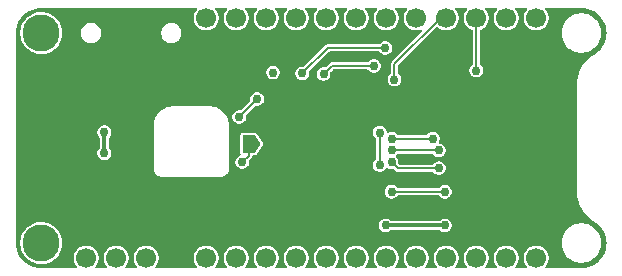
<source format=gbr>
%TF.GenerationSoftware,KiCad,Pcbnew,9.0.3*%
%TF.CreationDate,2025-08-05T15:09:14-04:00*%
%TF.ProjectId,weather-featherwing,77656174-6865-4722-9d66-656174686572,1.4.0*%
%TF.SameCoordinates,Original*%
%TF.FileFunction,Copper,L2,Bot*%
%TF.FilePolarity,Positive*%
%FSLAX46Y46*%
G04 Gerber Fmt 4.6, Leading zero omitted, Abs format (unit mm)*
G04 Created by KiCad (PCBNEW 9.0.3) date 2025-08-05 15:09:14*
%MOMM*%
%LPD*%
G01*
G04 APERTURE LIST*
G04 Aperture macros list*
%AMFreePoly0*
4,1,6,1.000000,0.000000,0.500000,-0.750000,-0.500000,-0.750000,-0.500000,0.750000,0.500000,0.750000,1.000000,0.000000,1.000000,0.000000,$1*%
%AMFreePoly1*
4,1,6,0.500000,-0.750000,-0.650000,-0.750000,-0.150000,0.000000,-0.650000,0.750000,0.500000,0.750000,0.500000,-0.750000,0.500000,-0.750000,$1*%
G04 Aperture macros list end*
%TA.AperFunction,ComponentPad*%
%ADD10C,3.140000*%
%TD*%
%TA.AperFunction,SMDPad,CuDef*%
%ADD11FreePoly0,0.000000*%
%TD*%
%TA.AperFunction,SMDPad,CuDef*%
%ADD12FreePoly1,0.000000*%
%TD*%
%TA.AperFunction,ComponentPad*%
%ADD13C,1.700000*%
%TD*%
%TA.AperFunction,ViaPad*%
%ADD14C,0.750000*%
%TD*%
%TA.AperFunction,Conductor*%
%ADD15C,0.350000*%
%TD*%
%TA.AperFunction,Conductor*%
%ADD16C,0.200000*%
%TD*%
G04 APERTURE END LIST*
D10*
%TO.P,H1,*%
%TO.N,*%
X116840000Y-99060000D03*
%TD*%
%TO.P,H2,*%
%TO.N,*%
X116840000Y-116840000D03*
%TD*%
D11*
%TO.P,JP1,1,A*%
%TO.N,/ADDR*%
X134403000Y-108458000D03*
D12*
%TO.P,JP1,2,B*%
%TO.N,VSS*%
X135853000Y-108458000D03*
%TD*%
D13*
%TO.P,J1,17,Pin_17*%
%TO.N,/SDA*%
X158750000Y-97790000D03*
%TO.P,J1,18,Pin_18*%
%TO.N,/SCL*%
X156210000Y-97790000D03*
%TO.P,J1,19,Pin_19*%
%TO.N,/CS_SD*%
X153670000Y-97790000D03*
%TO.P,J1,20,Pin_20*%
%TO.N,/CD*%
X151130000Y-97790000D03*
%TO.P,J1,21,Pin_21*%
%TO.N,/D9*%
X148590000Y-97790000D03*
%TO.P,J1,22,Pin_22*%
%TO.N,/NP_DIN*%
X146050000Y-97790000D03*
%TO.P,J1,23,3*%
%TO.N,/D11*%
X143510000Y-97790000D03*
%TO.P,J1,24,Pin_24*%
%TO.N,/D12*%
X140970000Y-97790000D03*
%TO.P,J1,25,Pin_25*%
%TO.N,/D13*%
X138430000Y-97790000D03*
%TO.P,J1,26,Pin_26*%
%TO.N,/USB*%
X135890000Y-97790000D03*
%TO.P,J1,27,Pin_27*%
%TO.N,/EN*%
X133350000Y-97790000D03*
%TO.P,J1,28,Pin_28*%
%TO.N,/BAT*%
X130810000Y-97790000D03*
%TD*%
%TO.P,J2,1,Pin_1*%
%TO.N,/RST*%
X120650000Y-118110000D03*
%TO.P,J2,2,Pin_2*%
%TO.N,+3V3*%
X123190000Y-118110000D03*
%TO.P,J2,3,Pin_3*%
X125730000Y-118110000D03*
%TO.P,J2,4,Pin_4*%
%TO.N,VSS*%
X128270000Y-118110000D03*
%TO.P,J2,5,Pin_5*%
%TO.N,/A0*%
X130810000Y-118110000D03*
%TO.P,J2,6,Pin_6*%
%TO.N,/A1*%
X133350000Y-118110000D03*
%TO.P,J2,7,Pin_7*%
%TO.N,/A2*%
X135890000Y-118110000D03*
%TO.P,J2,8,Pin_8*%
%TO.N,/A3*%
X138430000Y-118110000D03*
%TO.P,J2,9,Pin_9*%
%TO.N,/A4*%
X140970000Y-118110000D03*
%TO.P,J2,10,Pin_10*%
%TO.N,/A5*%
X143510000Y-118110000D03*
%TO.P,J2,11,Pin_11*%
%TO.N,/SCK*%
X146050000Y-118110000D03*
%TO.P,J2,12,Pin_12*%
%TO.N,/MOSI*%
X148590000Y-118110000D03*
%TO.P,J2,13,Pin_13*%
%TO.N,/MISO*%
X151130000Y-118110000D03*
%TO.P,J2,14,Pin_14*%
%TO.N,/RX*%
X153670000Y-118110000D03*
%TO.P,J2,15,Pin_15*%
%TO.N,/TX*%
X156210000Y-118110000D03*
%TO.P,J2,16,Pin_16*%
%TO.N,/DBG*%
X158750000Y-118110000D03*
%TD*%
D14*
%TO.N,+3V3*%
X146000000Y-115350000D03*
X151000000Y-115350000D03*
X136460000Y-102412800D03*
X122174000Y-107467400D03*
X122174000Y-109220000D03*
%TO.N,/SCK*%
X150500000Y-109000000D03*
X146500000Y-109000000D03*
%TO.N,/MOSI*%
X150000000Y-108000000D03*
X146500000Y-108000000D03*
%TO.N,/MISO*%
X150500000Y-110500000D03*
X146500000Y-110000000D03*
%TO.N,/CS_SD*%
X153670000Y-102250000D03*
%TO.N,VSS*%
X149860000Y-106045000D03*
X137160000Y-112776000D03*
X152400000Y-114300000D03*
X116840000Y-106680000D03*
X139700000Y-109220000D03*
X157480000Y-104140000D03*
X119380000Y-116840000D03*
X139700000Y-104902000D03*
X123190000Y-102870000D03*
X119380000Y-104140000D03*
X119380000Y-111760000D03*
X124460000Y-114300000D03*
X160020000Y-104140000D03*
X121920000Y-114300000D03*
X133350000Y-100330000D03*
X134620000Y-114300000D03*
X124460000Y-104140000D03*
X116840000Y-109220000D03*
X139700000Y-114300000D03*
X121920000Y-104140000D03*
X152400000Y-110490000D03*
X138684000Y-100965000D03*
X157607000Y-111760000D03*
X139700000Y-111760000D03*
X154940000Y-114300000D03*
X128270000Y-102870000D03*
X159258000Y-101473000D03*
X124460000Y-106680000D03*
X160020000Y-106680000D03*
X137160000Y-114300000D03*
X157480000Y-106680000D03*
X137160000Y-109220000D03*
X157607000Y-109220000D03*
X124460000Y-101600000D03*
X137860000Y-102412800D03*
X124460000Y-116840000D03*
X121920000Y-111760000D03*
X121920000Y-116840000D03*
X152400000Y-116840000D03*
X152400000Y-99060000D03*
X134620000Y-111760000D03*
X116840000Y-111760000D03*
X125730000Y-102870000D03*
X127000000Y-116840000D03*
X157607000Y-100203000D03*
X152400000Y-104140000D03*
X116840000Y-101600000D03*
X160020000Y-109220000D03*
X130810000Y-102870000D03*
X129540000Y-114300000D03*
X157480000Y-116840000D03*
X146685000Y-106045000D03*
X133350000Y-102870000D03*
X157480000Y-101600000D03*
X120650000Y-102870000D03*
X116840000Y-104140000D03*
X128828800Y-113741200D03*
X129540000Y-116840000D03*
X149860000Y-104140000D03*
X139700000Y-106680000D03*
X154940000Y-116840000D03*
%TO.N,/CD*%
X145500000Y-110250000D03*
X145500000Y-107500000D03*
X146735800Y-103000000D03*
%TO.N,/SDA*%
X145000000Y-101850000D03*
X140741400Y-102539800D03*
%TO.N,/SCL*%
X133604000Y-106172000D03*
X145973800Y-100330000D03*
X138938000Y-102489000D03*
X135128000Y-104648000D03*
%TO.N,/DAT1*%
X151000000Y-112500000D03*
X146500000Y-112500000D03*
%TO.N,/ADDR*%
X133858000Y-109982000D03*
%TD*%
D15*
%TO.N,+3V3*%
X122174000Y-109220000D02*
X122174000Y-107467400D01*
X151000000Y-115350000D02*
X146000000Y-115350000D01*
D16*
%TO.N,/SCK*%
X150500000Y-109000000D02*
X146500000Y-109000000D01*
%TO.N,/MOSI*%
X146500000Y-108000000D02*
X150000000Y-108000000D01*
%TO.N,/MISO*%
X147000000Y-110500000D02*
X146500000Y-110000000D01*
X150500000Y-110500000D02*
X147000000Y-110500000D01*
%TO.N,/CS_SD*%
X153670000Y-97790000D02*
X153670000Y-102250000D01*
%TO.N,/CD*%
X150647400Y-97790000D02*
X151130000Y-97790000D01*
X145500000Y-107500000D02*
X145500000Y-110250000D01*
X146735800Y-103000000D02*
X146735800Y-101701600D01*
X146735800Y-101701600D02*
X150647400Y-97790000D01*
%TO.N,/SDA*%
X145000000Y-101850000D02*
X141431200Y-101850000D01*
X141431200Y-101850000D02*
X140741400Y-102539800D01*
%TO.N,/SCL*%
X141102000Y-100325000D02*
X145968800Y-100325000D01*
X145968800Y-100325000D02*
X145973800Y-100330000D01*
X138938000Y-102489000D02*
X141102000Y-100325000D01*
X133604000Y-106172000D02*
X135128000Y-104648000D01*
%TO.N,/DAT1*%
X151000000Y-112500000D02*
X146500000Y-112500000D01*
%TO.N,/ADDR*%
X134403000Y-109437000D02*
X133858000Y-109982000D01*
X134403000Y-108458000D02*
X134403000Y-109437000D01*
%TD*%
%TA.AperFunction,Conductor*%
%TO.N,VSS*%
G36*
X130013052Y-96939407D02*
G01*
X130049016Y-96988907D01*
X130049016Y-97050093D01*
X130024866Y-97089501D01*
X129994023Y-97120345D01*
X129994020Y-97120348D01*
X129879058Y-97292402D01*
X129799869Y-97483581D01*
X129759500Y-97686532D01*
X129759500Y-97893467D01*
X129799869Y-98096418D01*
X129879058Y-98287597D01*
X129963767Y-98414374D01*
X129994023Y-98459655D01*
X130140345Y-98605977D01*
X130312402Y-98720941D01*
X130503580Y-98800130D01*
X130706535Y-98840500D01*
X130706536Y-98840500D01*
X130913464Y-98840500D01*
X130913465Y-98840500D01*
X131116420Y-98800130D01*
X131307598Y-98720941D01*
X131479655Y-98605977D01*
X131625977Y-98459655D01*
X131740941Y-98287598D01*
X131820130Y-98096420D01*
X131860500Y-97893465D01*
X131860500Y-97686535D01*
X131820130Y-97483580D01*
X131740941Y-97292402D01*
X131625977Y-97120345D01*
X131595133Y-97089501D01*
X131567358Y-97034987D01*
X131576929Y-96974555D01*
X131620194Y-96931290D01*
X131665139Y-96920500D01*
X132494861Y-96920500D01*
X132553052Y-96939407D01*
X132589016Y-96988907D01*
X132589016Y-97050093D01*
X132564866Y-97089501D01*
X132534023Y-97120345D01*
X132534020Y-97120348D01*
X132419058Y-97292402D01*
X132339869Y-97483581D01*
X132299500Y-97686532D01*
X132299500Y-97893467D01*
X132339869Y-98096418D01*
X132419058Y-98287597D01*
X132503767Y-98414374D01*
X132534023Y-98459655D01*
X132680345Y-98605977D01*
X132852402Y-98720941D01*
X133043580Y-98800130D01*
X133246535Y-98840500D01*
X133246536Y-98840500D01*
X133453464Y-98840500D01*
X133453465Y-98840500D01*
X133656420Y-98800130D01*
X133847598Y-98720941D01*
X134019655Y-98605977D01*
X134165977Y-98459655D01*
X134280941Y-98287598D01*
X134360130Y-98096420D01*
X134400500Y-97893465D01*
X134400500Y-97686535D01*
X134360130Y-97483580D01*
X134280941Y-97292402D01*
X134165977Y-97120345D01*
X134135133Y-97089501D01*
X134107358Y-97034987D01*
X134116929Y-96974555D01*
X134160194Y-96931290D01*
X134205139Y-96920500D01*
X135034861Y-96920500D01*
X135093052Y-96939407D01*
X135129016Y-96988907D01*
X135129016Y-97050093D01*
X135104866Y-97089501D01*
X135074023Y-97120345D01*
X135074020Y-97120348D01*
X134959058Y-97292402D01*
X134879869Y-97483581D01*
X134839500Y-97686532D01*
X134839500Y-97893467D01*
X134879869Y-98096418D01*
X134959058Y-98287597D01*
X135043767Y-98414374D01*
X135074023Y-98459655D01*
X135220345Y-98605977D01*
X135392402Y-98720941D01*
X135583580Y-98800130D01*
X135786535Y-98840500D01*
X135786536Y-98840500D01*
X135993464Y-98840500D01*
X135993465Y-98840500D01*
X136196420Y-98800130D01*
X136387598Y-98720941D01*
X136559655Y-98605977D01*
X136705977Y-98459655D01*
X136820941Y-98287598D01*
X136900130Y-98096420D01*
X136940500Y-97893465D01*
X136940500Y-97686535D01*
X136900130Y-97483580D01*
X136820941Y-97292402D01*
X136705977Y-97120345D01*
X136675133Y-97089501D01*
X136647358Y-97034987D01*
X136656929Y-96974555D01*
X136700194Y-96931290D01*
X136745139Y-96920500D01*
X137574861Y-96920500D01*
X137633052Y-96939407D01*
X137669016Y-96988907D01*
X137669016Y-97050093D01*
X137644866Y-97089501D01*
X137614023Y-97120345D01*
X137614020Y-97120348D01*
X137499058Y-97292402D01*
X137419869Y-97483581D01*
X137379500Y-97686532D01*
X137379500Y-97893467D01*
X137419869Y-98096418D01*
X137499058Y-98287597D01*
X137583767Y-98414374D01*
X137614023Y-98459655D01*
X137760345Y-98605977D01*
X137932402Y-98720941D01*
X138123580Y-98800130D01*
X138326535Y-98840500D01*
X138326536Y-98840500D01*
X138533464Y-98840500D01*
X138533465Y-98840500D01*
X138736420Y-98800130D01*
X138927598Y-98720941D01*
X139099655Y-98605977D01*
X139245977Y-98459655D01*
X139360941Y-98287598D01*
X139440130Y-98096420D01*
X139480500Y-97893465D01*
X139480500Y-97686535D01*
X139440130Y-97483580D01*
X139360941Y-97292402D01*
X139245977Y-97120345D01*
X139215133Y-97089501D01*
X139187358Y-97034987D01*
X139196929Y-96974555D01*
X139240194Y-96931290D01*
X139285139Y-96920500D01*
X140114861Y-96920500D01*
X140173052Y-96939407D01*
X140209016Y-96988907D01*
X140209016Y-97050093D01*
X140184866Y-97089501D01*
X140154023Y-97120345D01*
X140154020Y-97120348D01*
X140039058Y-97292402D01*
X139959869Y-97483581D01*
X139919500Y-97686532D01*
X139919500Y-97893467D01*
X139959869Y-98096418D01*
X140039058Y-98287597D01*
X140123767Y-98414374D01*
X140154023Y-98459655D01*
X140300345Y-98605977D01*
X140472402Y-98720941D01*
X140663580Y-98800130D01*
X140866535Y-98840500D01*
X140866536Y-98840500D01*
X141073464Y-98840500D01*
X141073465Y-98840500D01*
X141276420Y-98800130D01*
X141467598Y-98720941D01*
X141639655Y-98605977D01*
X141785977Y-98459655D01*
X141900941Y-98287598D01*
X141980130Y-98096420D01*
X142020500Y-97893465D01*
X142020500Y-97686535D01*
X141980130Y-97483580D01*
X141900941Y-97292402D01*
X141785977Y-97120345D01*
X141755133Y-97089501D01*
X141727358Y-97034987D01*
X141736929Y-96974555D01*
X141780194Y-96931290D01*
X141825139Y-96920500D01*
X142654861Y-96920500D01*
X142713052Y-96939407D01*
X142749016Y-96988907D01*
X142749016Y-97050093D01*
X142724866Y-97089501D01*
X142694023Y-97120345D01*
X142694020Y-97120348D01*
X142579058Y-97292402D01*
X142499869Y-97483581D01*
X142459500Y-97686532D01*
X142459500Y-97893467D01*
X142499869Y-98096418D01*
X142579058Y-98287597D01*
X142663767Y-98414374D01*
X142694023Y-98459655D01*
X142840345Y-98605977D01*
X143012402Y-98720941D01*
X143203580Y-98800130D01*
X143406535Y-98840500D01*
X143406536Y-98840500D01*
X143613464Y-98840500D01*
X143613465Y-98840500D01*
X143816420Y-98800130D01*
X144007598Y-98720941D01*
X144179655Y-98605977D01*
X144325977Y-98459655D01*
X144440941Y-98287598D01*
X144520130Y-98096420D01*
X144560500Y-97893465D01*
X144560500Y-97686535D01*
X144520130Y-97483580D01*
X144440941Y-97292402D01*
X144325977Y-97120345D01*
X144295133Y-97089501D01*
X144267358Y-97034987D01*
X144276929Y-96974555D01*
X144320194Y-96931290D01*
X144365139Y-96920500D01*
X145194861Y-96920500D01*
X145253052Y-96939407D01*
X145289016Y-96988907D01*
X145289016Y-97050093D01*
X145264866Y-97089501D01*
X145234023Y-97120345D01*
X145234020Y-97120348D01*
X145119058Y-97292402D01*
X145039869Y-97483581D01*
X144999500Y-97686532D01*
X144999500Y-97893467D01*
X145039869Y-98096418D01*
X145119058Y-98287597D01*
X145203767Y-98414374D01*
X145234023Y-98459655D01*
X145380345Y-98605977D01*
X145552402Y-98720941D01*
X145743580Y-98800130D01*
X145946535Y-98840500D01*
X145946536Y-98840500D01*
X146153464Y-98840500D01*
X146153465Y-98840500D01*
X146356420Y-98800130D01*
X146547598Y-98720941D01*
X146719655Y-98605977D01*
X146865977Y-98459655D01*
X146980941Y-98287598D01*
X147060130Y-98096420D01*
X147100500Y-97893465D01*
X147100500Y-97686535D01*
X147060130Y-97483580D01*
X146980941Y-97292402D01*
X146865977Y-97120345D01*
X146835133Y-97089501D01*
X146807358Y-97034987D01*
X146816929Y-96974555D01*
X146860194Y-96931290D01*
X146905139Y-96920500D01*
X147734861Y-96920500D01*
X147793052Y-96939407D01*
X147829016Y-96988907D01*
X147829016Y-97050093D01*
X147804866Y-97089501D01*
X147774023Y-97120345D01*
X147774020Y-97120348D01*
X147659058Y-97292402D01*
X147579869Y-97483581D01*
X147539500Y-97686532D01*
X147539500Y-97893467D01*
X147579869Y-98096418D01*
X147659058Y-98287597D01*
X147743767Y-98414374D01*
X147774023Y-98459655D01*
X147920345Y-98605977D01*
X148092402Y-98720941D01*
X148283580Y-98800130D01*
X148486535Y-98840500D01*
X148486536Y-98840500D01*
X148693464Y-98840500D01*
X148693465Y-98840500D01*
X148896420Y-98800130D01*
X148975838Y-98767233D01*
X149036831Y-98762433D01*
X149089001Y-98794402D01*
X149112416Y-98850930D01*
X149098133Y-98910425D01*
X149083725Y-98928702D01*
X146551289Y-101461140D01*
X146551288Y-101461139D01*
X146495339Y-101517089D01*
X146455780Y-101585607D01*
X146455778Y-101585611D01*
X146435300Y-101662035D01*
X146435300Y-102451805D01*
X146416393Y-102509996D01*
X146385804Y-102537539D01*
X146382439Y-102539481D01*
X146275281Y-102646639D01*
X146199520Y-102777860D01*
X146197264Y-102786281D01*
X146160300Y-102924234D01*
X146160300Y-103075766D01*
X146170893Y-103115300D01*
X146199520Y-103222139D01*
X146275281Y-103353360D01*
X146275283Y-103353362D01*
X146275285Y-103353365D01*
X146382435Y-103460515D01*
X146382437Y-103460516D01*
X146382439Y-103460518D01*
X146513661Y-103536279D01*
X146513659Y-103536279D01*
X146513663Y-103536280D01*
X146513665Y-103536281D01*
X146660034Y-103575500D01*
X146660036Y-103575500D01*
X146811564Y-103575500D01*
X146811566Y-103575500D01*
X146957935Y-103536281D01*
X146957937Y-103536279D01*
X146957939Y-103536279D01*
X147089160Y-103460518D01*
X147089160Y-103460517D01*
X147089165Y-103460515D01*
X147196315Y-103353365D01*
X147272081Y-103222135D01*
X147311300Y-103075766D01*
X147311300Y-102924234D01*
X147272081Y-102777865D01*
X147272079Y-102777862D01*
X147272079Y-102777860D01*
X147196318Y-102646639D01*
X147196316Y-102646637D01*
X147196315Y-102646635D01*
X147089165Y-102539485D01*
X147089162Y-102539483D01*
X147089160Y-102539481D01*
X147085796Y-102537539D01*
X147044857Y-102492068D01*
X147036300Y-102451805D01*
X147036300Y-101867078D01*
X147055207Y-101808887D01*
X147065290Y-101797080D01*
X150288367Y-98574002D01*
X150342882Y-98546227D01*
X150403314Y-98555798D01*
X150428369Y-98574001D01*
X150460345Y-98605977D01*
X150632402Y-98720941D01*
X150823580Y-98800130D01*
X151026535Y-98840500D01*
X151026536Y-98840500D01*
X151233464Y-98840500D01*
X151233465Y-98840500D01*
X151436420Y-98800130D01*
X151627598Y-98720941D01*
X151799655Y-98605977D01*
X151945977Y-98459655D01*
X152060941Y-98287598D01*
X152140130Y-98096420D01*
X152180500Y-97893465D01*
X152180500Y-97686535D01*
X152140130Y-97483580D01*
X152060941Y-97292402D01*
X151945977Y-97120345D01*
X151915133Y-97089501D01*
X151887358Y-97034987D01*
X151896929Y-96974555D01*
X151940194Y-96931290D01*
X151985139Y-96920500D01*
X152814861Y-96920500D01*
X152873052Y-96939407D01*
X152909016Y-96988907D01*
X152909016Y-97050093D01*
X152884866Y-97089501D01*
X152854023Y-97120345D01*
X152854020Y-97120348D01*
X152739058Y-97292402D01*
X152659869Y-97483581D01*
X152619500Y-97686532D01*
X152619500Y-97893467D01*
X152659869Y-98096418D01*
X152739058Y-98287597D01*
X152823767Y-98414374D01*
X152854023Y-98459655D01*
X153000345Y-98605977D01*
X153172402Y-98720941D01*
X153308385Y-98777267D01*
X153354911Y-98817003D01*
X153369500Y-98868731D01*
X153369500Y-101701805D01*
X153350593Y-101759996D01*
X153320004Y-101787539D01*
X153316639Y-101789481D01*
X153209481Y-101896639D01*
X153133720Y-102027860D01*
X153133719Y-102027865D01*
X153094500Y-102174234D01*
X153094500Y-102325766D01*
X153110715Y-102386281D01*
X153133720Y-102472139D01*
X153209481Y-102603360D01*
X153209483Y-102603362D01*
X153209485Y-102603365D01*
X153316635Y-102710515D01*
X153316637Y-102710516D01*
X153316639Y-102710518D01*
X153447861Y-102786279D01*
X153447859Y-102786279D01*
X153447863Y-102786280D01*
X153447865Y-102786281D01*
X153594234Y-102825500D01*
X153594236Y-102825500D01*
X153745764Y-102825500D01*
X153745766Y-102825500D01*
X153892135Y-102786281D01*
X153892137Y-102786279D01*
X153892139Y-102786279D01*
X154023360Y-102710518D01*
X154023360Y-102710517D01*
X154023365Y-102710515D01*
X154130515Y-102603365D01*
X154152800Y-102564766D01*
X154206279Y-102472139D01*
X154206279Y-102472137D01*
X154206281Y-102472135D01*
X154245500Y-102325766D01*
X154245500Y-102174234D01*
X154206281Y-102027865D01*
X154206279Y-102027862D01*
X154206279Y-102027860D01*
X154130518Y-101896639D01*
X154130516Y-101896637D01*
X154130515Y-101896635D01*
X154023365Y-101789485D01*
X154023362Y-101789483D01*
X154023360Y-101789481D01*
X154019996Y-101787539D01*
X153979057Y-101742068D01*
X153970500Y-101701805D01*
X153970500Y-98950509D01*
X160889500Y-98950509D01*
X160889500Y-99169490D01*
X160918082Y-99386590D01*
X160918082Y-99386595D01*
X160974758Y-99598116D01*
X161058557Y-99800423D01*
X161084147Y-99844747D01*
X161160294Y-99976638D01*
X161168052Y-99990074D01*
X161301351Y-100163793D01*
X161301353Y-100163795D01*
X161301357Y-100163800D01*
X161456200Y-100318643D01*
X161456204Y-100318646D01*
X161456206Y-100318648D01*
X161553383Y-100393214D01*
X161629929Y-100451950D01*
X161819572Y-100561440D01*
X161819573Y-100561440D01*
X161819576Y-100561442D01*
X161977167Y-100626719D01*
X162021883Y-100645241D01*
X162233402Y-100701917D01*
X162450510Y-100730500D01*
X162450511Y-100730500D01*
X162669489Y-100730500D01*
X162669490Y-100730500D01*
X162886598Y-100701917D01*
X163098117Y-100645241D01*
X163300428Y-100561440D01*
X163490071Y-100451950D01*
X163663800Y-100318643D01*
X163818643Y-100163800D01*
X163951950Y-99990071D01*
X164061440Y-99800428D01*
X164145241Y-99598117D01*
X164201917Y-99386598D01*
X164230500Y-99169490D01*
X164230500Y-98950510D01*
X164201917Y-98733402D01*
X164145241Y-98521883D01*
X164061440Y-98319572D01*
X163951950Y-98129929D01*
X163849233Y-97996065D01*
X163818648Y-97956206D01*
X163818646Y-97956204D01*
X163818643Y-97956200D01*
X163663800Y-97801357D01*
X163663795Y-97801353D01*
X163663793Y-97801351D01*
X163490074Y-97668052D01*
X163433491Y-97635384D01*
X163356768Y-97591088D01*
X163300423Y-97558557D01*
X163098116Y-97474758D01*
X162953641Y-97436047D01*
X162886598Y-97418083D01*
X162886595Y-97418082D01*
X162886593Y-97418082D01*
X162669490Y-97389500D01*
X162450510Y-97389500D01*
X162450509Y-97389500D01*
X162233409Y-97418082D01*
X162233404Y-97418082D01*
X162021883Y-97474758D01*
X161819576Y-97558557D01*
X161629925Y-97668052D01*
X161456206Y-97801351D01*
X161301351Y-97956206D01*
X161168052Y-98129925D01*
X161058557Y-98319576D01*
X160974758Y-98521883D01*
X160918082Y-98733404D01*
X160918082Y-98733409D01*
X160889500Y-98950509D01*
X153970500Y-98950509D01*
X153970500Y-98868731D01*
X153989407Y-98810540D01*
X154031614Y-98777267D01*
X154167598Y-98720941D01*
X154339655Y-98605977D01*
X154485977Y-98459655D01*
X154600941Y-98287598D01*
X154680130Y-98096420D01*
X154720500Y-97893465D01*
X154720500Y-97686535D01*
X154680130Y-97483580D01*
X154600941Y-97292402D01*
X154485977Y-97120345D01*
X154455133Y-97089501D01*
X154427358Y-97034987D01*
X154436929Y-96974555D01*
X154480194Y-96931290D01*
X154525139Y-96920500D01*
X155354861Y-96920500D01*
X155413052Y-96939407D01*
X155449016Y-96988907D01*
X155449016Y-97050093D01*
X155424866Y-97089501D01*
X155394023Y-97120345D01*
X155394020Y-97120348D01*
X155279058Y-97292402D01*
X155199869Y-97483581D01*
X155159500Y-97686532D01*
X155159500Y-97893467D01*
X155199869Y-98096418D01*
X155279058Y-98287597D01*
X155363767Y-98414374D01*
X155394023Y-98459655D01*
X155540345Y-98605977D01*
X155712402Y-98720941D01*
X155903580Y-98800130D01*
X156106535Y-98840500D01*
X156106536Y-98840500D01*
X156313464Y-98840500D01*
X156313465Y-98840500D01*
X156516420Y-98800130D01*
X156707598Y-98720941D01*
X156879655Y-98605977D01*
X157025977Y-98459655D01*
X157140941Y-98287598D01*
X157220130Y-98096420D01*
X157260500Y-97893465D01*
X157260500Y-97686535D01*
X157220130Y-97483580D01*
X157140941Y-97292402D01*
X157025977Y-97120345D01*
X156995133Y-97089501D01*
X156967358Y-97034987D01*
X156976929Y-96974555D01*
X157020194Y-96931290D01*
X157065139Y-96920500D01*
X157894861Y-96920500D01*
X157953052Y-96939407D01*
X157989016Y-96988907D01*
X157989016Y-97050093D01*
X157964866Y-97089501D01*
X157934023Y-97120345D01*
X157934020Y-97120348D01*
X157819058Y-97292402D01*
X157739869Y-97483581D01*
X157699500Y-97686532D01*
X157699500Y-97893467D01*
X157739869Y-98096418D01*
X157819058Y-98287597D01*
X157903767Y-98414374D01*
X157934023Y-98459655D01*
X158080345Y-98605977D01*
X158252402Y-98720941D01*
X158443580Y-98800130D01*
X158646535Y-98840500D01*
X158646536Y-98840500D01*
X158853464Y-98840500D01*
X158853465Y-98840500D01*
X159056420Y-98800130D01*
X159247598Y-98720941D01*
X159419655Y-98605977D01*
X159565977Y-98459655D01*
X159680941Y-98287598D01*
X159760130Y-98096420D01*
X159800500Y-97893465D01*
X159800500Y-97686535D01*
X159760130Y-97483580D01*
X159680941Y-97292402D01*
X159565977Y-97120345D01*
X159535133Y-97089501D01*
X159507358Y-97034987D01*
X159516929Y-96974555D01*
X159560194Y-96931290D01*
X159605139Y-96920500D01*
X162502417Y-96920500D01*
X162556759Y-96920500D01*
X162563234Y-96920712D01*
X162832789Y-96938379D01*
X162845617Y-96940068D01*
X163107392Y-96992138D01*
X163119881Y-96995485D01*
X163372614Y-97081276D01*
X163384562Y-97086225D01*
X163623944Y-97204275D01*
X163635132Y-97210735D01*
X163857056Y-97359020D01*
X163867319Y-97366896D01*
X163990314Y-97474759D01*
X164067976Y-97542866D01*
X164077131Y-97552021D01*
X164229716Y-97726011D01*
X164253102Y-97752678D01*
X164260981Y-97762945D01*
X164409261Y-97984862D01*
X164415726Y-97996060D01*
X164515427Y-98198234D01*
X164533770Y-98235429D01*
X164538726Y-98247394D01*
X164624511Y-98500109D01*
X164627863Y-98512617D01*
X164679930Y-98774377D01*
X164681620Y-98787216D01*
X164699100Y-99053897D01*
X164699145Y-99066112D01*
X164685450Y-99301919D01*
X164684122Y-99313321D01*
X164643156Y-99546339D01*
X164640516Y-99557511D01*
X164572854Y-99784210D01*
X164568939Y-99795001D01*
X164475485Y-100012356D01*
X164470346Y-100022621D01*
X164352370Y-100227679D01*
X164346078Y-100237281D01*
X164205151Y-100427311D01*
X164197791Y-100436119D01*
X164035812Y-100608562D01*
X164027480Y-100616460D01*
X163846628Y-100768992D01*
X163837439Y-100775871D01*
X163637761Y-100908021D01*
X163632905Y-100911037D01*
X163632885Y-100911048D01*
X163632885Y-100911049D01*
X163631748Y-100911709D01*
X163626792Y-100914592D01*
X163585576Y-100938556D01*
X163585543Y-100938589D01*
X163579683Y-100941999D01*
X163579679Y-100941999D01*
X163579669Y-100942007D01*
X163497305Y-100989904D01*
X163240199Y-101179393D01*
X163240198Y-101179395D01*
X163005132Y-101395610D01*
X163005128Y-101395614D01*
X162794854Y-101636022D01*
X162611846Y-101897798D01*
X162611846Y-101897799D01*
X162458280Y-102177829D01*
X162458271Y-102177850D01*
X162335932Y-102472873D01*
X162335924Y-102472895D01*
X162246259Y-102779424D01*
X162190314Y-103093890D01*
X162168755Y-103412551D01*
X162168755Y-103412557D01*
X162174861Y-103561844D01*
X162174944Y-103565890D01*
X162174944Y-112333864D01*
X162174861Y-112337910D01*
X162168745Y-112487442D01*
X162168745Y-112487448D01*
X162190304Y-112806111D01*
X162190304Y-112806115D01*
X162190305Y-112806118D01*
X162213136Y-112934451D01*
X162246249Y-113120577D01*
X162335914Y-113427108D01*
X162335919Y-113427122D01*
X162335920Y-113427125D01*
X162458264Y-113722160D01*
X162458266Y-113722164D01*
X162458271Y-113722175D01*
X162611837Y-114002205D01*
X162611837Y-114002206D01*
X162794846Y-114263983D01*
X163005121Y-114504392D01*
X163005125Y-114504396D01*
X163240188Y-114720608D01*
X163240195Y-114720614D01*
X163381870Y-114825031D01*
X163497300Y-114910105D01*
X163497304Y-114910107D01*
X163497305Y-114910108D01*
X163585564Y-114961431D01*
X163585576Y-114961444D01*
X163632885Y-114988950D01*
X163637712Y-114991947D01*
X163837450Y-115124137D01*
X163846619Y-115131001D01*
X164016445Y-115274234D01*
X164027480Y-115283541D01*
X164035808Y-115291435D01*
X164197792Y-115463881D01*
X164205141Y-115472675D01*
X164285735Y-115581351D01*
X164346081Y-115662723D01*
X164352364Y-115672311D01*
X164470346Y-115877378D01*
X164475484Y-115887643D01*
X164568938Y-116104998D01*
X164572853Y-116115789D01*
X164640515Y-116342488D01*
X164643155Y-116353660D01*
X164684121Y-116586678D01*
X164685449Y-116598080D01*
X164699144Y-116833899D01*
X164699099Y-116846114D01*
X164681620Y-117112783D01*
X164679930Y-117125622D01*
X164627863Y-117387382D01*
X164624511Y-117399890D01*
X164538726Y-117652605D01*
X164533770Y-117664570D01*
X164415729Y-117903934D01*
X164409257Y-117915143D01*
X164374572Y-117967054D01*
X164260985Y-118137048D01*
X164253102Y-118147321D01*
X164077133Y-118347976D01*
X164067976Y-118357133D01*
X163867321Y-118533102D01*
X163857048Y-118540985D01*
X163635143Y-118689257D01*
X163623934Y-118695729D01*
X163384570Y-118813770D01*
X163372605Y-118818726D01*
X163119890Y-118904511D01*
X163107382Y-118907863D01*
X162845622Y-118959930D01*
X162832783Y-118961620D01*
X162563234Y-118979288D01*
X162556759Y-118979500D01*
X159605139Y-118979500D01*
X159546948Y-118960593D01*
X159510984Y-118911093D01*
X159510984Y-118849907D01*
X159535133Y-118810498D01*
X159565977Y-118779655D01*
X159680941Y-118607598D01*
X159760130Y-118416420D01*
X159800500Y-118213465D01*
X159800500Y-118006535D01*
X159760130Y-117803580D01*
X159680941Y-117612402D01*
X159565977Y-117440345D01*
X159419655Y-117294023D01*
X159419651Y-117294020D01*
X159247597Y-117179058D01*
X159056418Y-117099869D01*
X158853467Y-117059500D01*
X158853465Y-117059500D01*
X158646535Y-117059500D01*
X158646532Y-117059500D01*
X158443581Y-117099869D01*
X158252402Y-117179058D01*
X158080348Y-117294020D01*
X157934020Y-117440348D01*
X157819058Y-117612402D01*
X157739869Y-117803581D01*
X157699500Y-118006532D01*
X157699500Y-118213467D01*
X157739869Y-118416418D01*
X157819058Y-118607597D01*
X157877946Y-118695729D01*
X157934023Y-118779655D01*
X157964866Y-118810498D01*
X157992642Y-118865013D01*
X157983071Y-118925445D01*
X157939806Y-118968710D01*
X157894861Y-118979500D01*
X157065139Y-118979500D01*
X157006948Y-118960593D01*
X156970984Y-118911093D01*
X156970984Y-118849907D01*
X156995133Y-118810498D01*
X157025977Y-118779655D01*
X157140941Y-118607598D01*
X157220130Y-118416420D01*
X157260500Y-118213465D01*
X157260500Y-118006535D01*
X157220130Y-117803580D01*
X157140941Y-117612402D01*
X157025977Y-117440345D01*
X156879655Y-117294023D01*
X156879651Y-117294020D01*
X156707597Y-117179058D01*
X156516418Y-117099869D01*
X156313467Y-117059500D01*
X156313465Y-117059500D01*
X156106535Y-117059500D01*
X156106532Y-117059500D01*
X155903581Y-117099869D01*
X155712402Y-117179058D01*
X155540348Y-117294020D01*
X155394020Y-117440348D01*
X155279058Y-117612402D01*
X155199869Y-117803581D01*
X155159500Y-118006532D01*
X155159500Y-118213467D01*
X155199869Y-118416418D01*
X155279058Y-118607597D01*
X155337946Y-118695729D01*
X155394023Y-118779655D01*
X155424866Y-118810498D01*
X155452642Y-118865013D01*
X155443071Y-118925445D01*
X155399806Y-118968710D01*
X155354861Y-118979500D01*
X154525139Y-118979500D01*
X154466948Y-118960593D01*
X154430984Y-118911093D01*
X154430984Y-118849907D01*
X154455133Y-118810498D01*
X154485977Y-118779655D01*
X154600941Y-118607598D01*
X154680130Y-118416420D01*
X154720500Y-118213465D01*
X154720500Y-118006535D01*
X154680130Y-117803580D01*
X154600941Y-117612402D01*
X154485977Y-117440345D01*
X154339655Y-117294023D01*
X154339651Y-117294020D01*
X154167597Y-117179058D01*
X153976418Y-117099869D01*
X153773467Y-117059500D01*
X153773465Y-117059500D01*
X153566535Y-117059500D01*
X153566532Y-117059500D01*
X153363581Y-117099869D01*
X153172402Y-117179058D01*
X153000348Y-117294020D01*
X152854020Y-117440348D01*
X152739058Y-117612402D01*
X152659869Y-117803581D01*
X152619500Y-118006532D01*
X152619500Y-118213467D01*
X152659869Y-118416418D01*
X152739058Y-118607597D01*
X152797946Y-118695729D01*
X152854023Y-118779655D01*
X152884866Y-118810498D01*
X152912642Y-118865013D01*
X152903071Y-118925445D01*
X152859806Y-118968710D01*
X152814861Y-118979500D01*
X151985139Y-118979500D01*
X151926948Y-118960593D01*
X151890984Y-118911093D01*
X151890984Y-118849907D01*
X151915133Y-118810498D01*
X151945977Y-118779655D01*
X152060941Y-118607598D01*
X152140130Y-118416420D01*
X152180500Y-118213465D01*
X152180500Y-118006535D01*
X152140130Y-117803580D01*
X152060941Y-117612402D01*
X151945977Y-117440345D01*
X151799655Y-117294023D01*
X151799651Y-117294020D01*
X151627597Y-117179058D01*
X151436418Y-117099869D01*
X151233467Y-117059500D01*
X151233465Y-117059500D01*
X151026535Y-117059500D01*
X151026532Y-117059500D01*
X150823581Y-117099869D01*
X150632402Y-117179058D01*
X150460348Y-117294020D01*
X150314020Y-117440348D01*
X150199058Y-117612402D01*
X150119869Y-117803581D01*
X150079500Y-118006532D01*
X150079500Y-118213467D01*
X150119869Y-118416418D01*
X150199058Y-118607597D01*
X150257946Y-118695729D01*
X150314023Y-118779655D01*
X150344866Y-118810498D01*
X150372642Y-118865013D01*
X150363071Y-118925445D01*
X150319806Y-118968710D01*
X150274861Y-118979500D01*
X149445139Y-118979500D01*
X149386948Y-118960593D01*
X149350984Y-118911093D01*
X149350984Y-118849907D01*
X149375133Y-118810498D01*
X149405977Y-118779655D01*
X149520941Y-118607598D01*
X149600130Y-118416420D01*
X149640500Y-118213465D01*
X149640500Y-118006535D01*
X149600130Y-117803580D01*
X149520941Y-117612402D01*
X149405977Y-117440345D01*
X149259655Y-117294023D01*
X149259651Y-117294020D01*
X149087597Y-117179058D01*
X148896418Y-117099869D01*
X148693467Y-117059500D01*
X148693465Y-117059500D01*
X148486535Y-117059500D01*
X148486532Y-117059500D01*
X148283581Y-117099869D01*
X148092402Y-117179058D01*
X147920348Y-117294020D01*
X147774020Y-117440348D01*
X147659058Y-117612402D01*
X147579869Y-117803581D01*
X147539500Y-118006532D01*
X147539500Y-118213467D01*
X147579869Y-118416418D01*
X147659058Y-118607597D01*
X147717946Y-118695729D01*
X147774023Y-118779655D01*
X147804866Y-118810498D01*
X147832642Y-118865013D01*
X147823071Y-118925445D01*
X147779806Y-118968710D01*
X147734861Y-118979500D01*
X146905139Y-118979500D01*
X146846948Y-118960593D01*
X146810984Y-118911093D01*
X146810984Y-118849907D01*
X146835133Y-118810498D01*
X146865977Y-118779655D01*
X146980941Y-118607598D01*
X147060130Y-118416420D01*
X147100500Y-118213465D01*
X147100500Y-118006535D01*
X147060130Y-117803580D01*
X146980941Y-117612402D01*
X146865977Y-117440345D01*
X146719655Y-117294023D01*
X146719651Y-117294020D01*
X146547597Y-117179058D01*
X146356418Y-117099869D01*
X146153467Y-117059500D01*
X146153465Y-117059500D01*
X145946535Y-117059500D01*
X145946532Y-117059500D01*
X145743581Y-117099869D01*
X145552402Y-117179058D01*
X145380348Y-117294020D01*
X145234020Y-117440348D01*
X145119058Y-117612402D01*
X145039869Y-117803581D01*
X144999500Y-118006532D01*
X144999500Y-118213467D01*
X145039869Y-118416418D01*
X145119058Y-118607597D01*
X145177946Y-118695729D01*
X145234023Y-118779655D01*
X145264866Y-118810498D01*
X145292642Y-118865013D01*
X145283071Y-118925445D01*
X145239806Y-118968710D01*
X145194861Y-118979500D01*
X144365139Y-118979500D01*
X144306948Y-118960593D01*
X144270984Y-118911093D01*
X144270984Y-118849907D01*
X144295133Y-118810498D01*
X144325977Y-118779655D01*
X144440941Y-118607598D01*
X144520130Y-118416420D01*
X144560500Y-118213465D01*
X144560500Y-118006535D01*
X144520130Y-117803580D01*
X144440941Y-117612402D01*
X144325977Y-117440345D01*
X144179655Y-117294023D01*
X144179651Y-117294020D01*
X144007597Y-117179058D01*
X143816418Y-117099869D01*
X143613467Y-117059500D01*
X143613465Y-117059500D01*
X143406535Y-117059500D01*
X143406532Y-117059500D01*
X143203581Y-117099869D01*
X143012402Y-117179058D01*
X142840348Y-117294020D01*
X142694020Y-117440348D01*
X142579058Y-117612402D01*
X142499869Y-117803581D01*
X142459500Y-118006532D01*
X142459500Y-118213467D01*
X142499869Y-118416418D01*
X142579058Y-118607597D01*
X142637946Y-118695729D01*
X142694023Y-118779655D01*
X142724866Y-118810498D01*
X142752642Y-118865013D01*
X142743071Y-118925445D01*
X142699806Y-118968710D01*
X142654861Y-118979500D01*
X141825139Y-118979500D01*
X141766948Y-118960593D01*
X141730984Y-118911093D01*
X141730984Y-118849907D01*
X141755133Y-118810498D01*
X141785977Y-118779655D01*
X141900941Y-118607598D01*
X141980130Y-118416420D01*
X142020500Y-118213465D01*
X142020500Y-118006535D01*
X141980130Y-117803580D01*
X141900941Y-117612402D01*
X141785977Y-117440345D01*
X141639655Y-117294023D01*
X141639651Y-117294020D01*
X141467597Y-117179058D01*
X141276418Y-117099869D01*
X141073467Y-117059500D01*
X141073465Y-117059500D01*
X140866535Y-117059500D01*
X140866532Y-117059500D01*
X140663581Y-117099869D01*
X140472402Y-117179058D01*
X140300348Y-117294020D01*
X140154020Y-117440348D01*
X140039058Y-117612402D01*
X139959869Y-117803581D01*
X139919500Y-118006532D01*
X139919500Y-118213467D01*
X139959869Y-118416418D01*
X140039058Y-118607597D01*
X140097946Y-118695729D01*
X140154023Y-118779655D01*
X140184866Y-118810498D01*
X140212642Y-118865013D01*
X140203071Y-118925445D01*
X140159806Y-118968710D01*
X140114861Y-118979500D01*
X139285139Y-118979500D01*
X139226948Y-118960593D01*
X139190984Y-118911093D01*
X139190984Y-118849907D01*
X139215133Y-118810498D01*
X139245977Y-118779655D01*
X139360941Y-118607598D01*
X139440130Y-118416420D01*
X139480500Y-118213465D01*
X139480500Y-118006535D01*
X139440130Y-117803580D01*
X139360941Y-117612402D01*
X139245977Y-117440345D01*
X139099655Y-117294023D01*
X139099651Y-117294020D01*
X138927597Y-117179058D01*
X138736418Y-117099869D01*
X138533467Y-117059500D01*
X138533465Y-117059500D01*
X138326535Y-117059500D01*
X138326532Y-117059500D01*
X138123581Y-117099869D01*
X137932402Y-117179058D01*
X137760348Y-117294020D01*
X137614020Y-117440348D01*
X137499058Y-117612402D01*
X137419869Y-117803581D01*
X137379500Y-118006532D01*
X137379500Y-118213467D01*
X137419869Y-118416418D01*
X137499058Y-118607597D01*
X137557946Y-118695729D01*
X137614023Y-118779655D01*
X137644866Y-118810498D01*
X137672642Y-118865013D01*
X137663071Y-118925445D01*
X137619806Y-118968710D01*
X137574861Y-118979500D01*
X136745139Y-118979500D01*
X136686948Y-118960593D01*
X136650984Y-118911093D01*
X136650984Y-118849907D01*
X136675133Y-118810498D01*
X136705977Y-118779655D01*
X136820941Y-118607598D01*
X136900130Y-118416420D01*
X136940500Y-118213465D01*
X136940500Y-118006535D01*
X136900130Y-117803580D01*
X136820941Y-117612402D01*
X136705977Y-117440345D01*
X136559655Y-117294023D01*
X136559651Y-117294020D01*
X136387597Y-117179058D01*
X136196418Y-117099869D01*
X135993467Y-117059500D01*
X135993465Y-117059500D01*
X135786535Y-117059500D01*
X135786532Y-117059500D01*
X135583581Y-117099869D01*
X135392402Y-117179058D01*
X135220348Y-117294020D01*
X135074020Y-117440348D01*
X134959058Y-117612402D01*
X134879869Y-117803581D01*
X134839500Y-118006532D01*
X134839500Y-118213467D01*
X134879869Y-118416418D01*
X134959058Y-118607597D01*
X135017946Y-118695729D01*
X135074023Y-118779655D01*
X135104866Y-118810498D01*
X135132642Y-118865013D01*
X135123071Y-118925445D01*
X135079806Y-118968710D01*
X135034861Y-118979500D01*
X134205139Y-118979500D01*
X134146948Y-118960593D01*
X134110984Y-118911093D01*
X134110984Y-118849907D01*
X134135133Y-118810498D01*
X134165977Y-118779655D01*
X134280941Y-118607598D01*
X134360130Y-118416420D01*
X134400500Y-118213465D01*
X134400500Y-118006535D01*
X134360130Y-117803580D01*
X134280941Y-117612402D01*
X134165977Y-117440345D01*
X134019655Y-117294023D01*
X134019651Y-117294020D01*
X133847597Y-117179058D01*
X133656418Y-117099869D01*
X133453467Y-117059500D01*
X133453465Y-117059500D01*
X133246535Y-117059500D01*
X133246532Y-117059500D01*
X133043581Y-117099869D01*
X132852402Y-117179058D01*
X132680348Y-117294020D01*
X132534020Y-117440348D01*
X132419058Y-117612402D01*
X132339869Y-117803581D01*
X132299500Y-118006532D01*
X132299500Y-118213467D01*
X132339869Y-118416418D01*
X132419058Y-118607597D01*
X132477946Y-118695729D01*
X132534023Y-118779655D01*
X132564866Y-118810498D01*
X132592642Y-118865013D01*
X132583071Y-118925445D01*
X132539806Y-118968710D01*
X132494861Y-118979500D01*
X131665139Y-118979500D01*
X131606948Y-118960593D01*
X131570984Y-118911093D01*
X131570984Y-118849907D01*
X131595133Y-118810498D01*
X131625977Y-118779655D01*
X131740941Y-118607598D01*
X131820130Y-118416420D01*
X131860500Y-118213465D01*
X131860500Y-118006535D01*
X131820130Y-117803580D01*
X131740941Y-117612402D01*
X131625977Y-117440345D01*
X131479655Y-117294023D01*
X131479651Y-117294020D01*
X131307597Y-117179058D01*
X131116418Y-117099869D01*
X130913467Y-117059500D01*
X130913465Y-117059500D01*
X130706535Y-117059500D01*
X130706532Y-117059500D01*
X130503581Y-117099869D01*
X130312402Y-117179058D01*
X130140348Y-117294020D01*
X129994020Y-117440348D01*
X129879058Y-117612402D01*
X129799869Y-117803581D01*
X129759500Y-118006532D01*
X129759500Y-118213467D01*
X129799869Y-118416418D01*
X129879058Y-118607597D01*
X129937946Y-118695729D01*
X129994023Y-118779655D01*
X130024866Y-118810498D01*
X130052642Y-118865013D01*
X130043071Y-118925445D01*
X129999806Y-118968710D01*
X129954861Y-118979500D01*
X126585139Y-118979500D01*
X126526948Y-118960593D01*
X126490984Y-118911093D01*
X126490984Y-118849907D01*
X126515133Y-118810498D01*
X126545977Y-118779655D01*
X126660941Y-118607598D01*
X126740130Y-118416420D01*
X126780500Y-118213465D01*
X126780500Y-118006535D01*
X126740130Y-117803580D01*
X126660941Y-117612402D01*
X126545977Y-117440345D01*
X126399655Y-117294023D01*
X126399651Y-117294020D01*
X126227597Y-117179058D01*
X126036418Y-117099869D01*
X125833467Y-117059500D01*
X125833465Y-117059500D01*
X125626535Y-117059500D01*
X125626532Y-117059500D01*
X125423581Y-117099869D01*
X125232402Y-117179058D01*
X125060348Y-117294020D01*
X124914020Y-117440348D01*
X124799058Y-117612402D01*
X124719869Y-117803581D01*
X124679500Y-118006532D01*
X124679500Y-118213467D01*
X124719869Y-118416418D01*
X124799058Y-118607597D01*
X124857946Y-118695729D01*
X124914023Y-118779655D01*
X124944866Y-118810498D01*
X124972642Y-118865013D01*
X124963071Y-118925445D01*
X124919806Y-118968710D01*
X124874861Y-118979500D01*
X124045139Y-118979500D01*
X123986948Y-118960593D01*
X123950984Y-118911093D01*
X123950984Y-118849907D01*
X123975133Y-118810498D01*
X124005977Y-118779655D01*
X124120941Y-118607598D01*
X124200130Y-118416420D01*
X124240500Y-118213465D01*
X124240500Y-118006535D01*
X124200130Y-117803580D01*
X124120941Y-117612402D01*
X124005977Y-117440345D01*
X123859655Y-117294023D01*
X123859651Y-117294020D01*
X123687597Y-117179058D01*
X123496418Y-117099869D01*
X123293467Y-117059500D01*
X123293465Y-117059500D01*
X123086535Y-117059500D01*
X123086532Y-117059500D01*
X122883581Y-117099869D01*
X122692402Y-117179058D01*
X122520348Y-117294020D01*
X122374020Y-117440348D01*
X122259058Y-117612402D01*
X122179869Y-117803581D01*
X122139500Y-118006532D01*
X122139500Y-118213467D01*
X122179869Y-118416418D01*
X122259058Y-118607597D01*
X122317946Y-118695729D01*
X122374023Y-118779655D01*
X122404866Y-118810498D01*
X122432642Y-118865013D01*
X122423071Y-118925445D01*
X122379806Y-118968710D01*
X122334861Y-118979500D01*
X121505139Y-118979500D01*
X121446948Y-118960593D01*
X121410984Y-118911093D01*
X121410984Y-118849907D01*
X121435133Y-118810498D01*
X121465977Y-118779655D01*
X121580941Y-118607598D01*
X121660130Y-118416420D01*
X121700500Y-118213465D01*
X121700500Y-118006535D01*
X121660130Y-117803580D01*
X121580941Y-117612402D01*
X121465977Y-117440345D01*
X121319655Y-117294023D01*
X121319651Y-117294020D01*
X121147597Y-117179058D01*
X120956418Y-117099869D01*
X120753467Y-117059500D01*
X120753465Y-117059500D01*
X120546535Y-117059500D01*
X120546532Y-117059500D01*
X120343581Y-117099869D01*
X120152402Y-117179058D01*
X119980348Y-117294020D01*
X119834020Y-117440348D01*
X119719058Y-117612402D01*
X119639869Y-117803581D01*
X119599500Y-118006532D01*
X119599500Y-118213467D01*
X119639869Y-118416418D01*
X119719058Y-118607597D01*
X119777946Y-118695729D01*
X119834023Y-118779655D01*
X119864866Y-118810498D01*
X119892642Y-118865013D01*
X119883071Y-118925445D01*
X119839806Y-118968710D01*
X119794861Y-118979500D01*
X116843241Y-118979500D01*
X116836766Y-118979288D01*
X116567216Y-118961620D01*
X116554377Y-118959930D01*
X116292617Y-118907863D01*
X116280109Y-118904511D01*
X116163751Y-118865013D01*
X116027393Y-118818725D01*
X116015429Y-118813770D01*
X115992533Y-118802479D01*
X115776060Y-118695726D01*
X115764862Y-118689261D01*
X115542945Y-118540981D01*
X115532678Y-118533102D01*
X115332023Y-118357133D01*
X115322866Y-118347976D01*
X115221114Y-118231950D01*
X115146896Y-118147319D01*
X115139020Y-118137056D01*
X114990735Y-117915132D01*
X114984275Y-117903944D01*
X114866225Y-117664562D01*
X114861276Y-117652614D01*
X114775485Y-117399881D01*
X114772138Y-117387392D01*
X114720068Y-117125617D01*
X114718379Y-117112783D01*
X114711323Y-117005135D01*
X114700712Y-116843234D01*
X114700500Y-116836759D01*
X114700500Y-116723954D01*
X115069500Y-116723954D01*
X115069500Y-116956045D01*
X115099793Y-117186141D01*
X115099793Y-117186146D01*
X115159862Y-117410329D01*
X115248677Y-117624747D01*
X115248680Y-117624752D01*
X115364724Y-117825748D01*
X115364726Y-117825750D01*
X115364728Y-117825754D01*
X115506005Y-118009870D01*
X115506007Y-118009872D01*
X115506011Y-118009877D01*
X115670123Y-118173989D01*
X115670127Y-118173992D01*
X115670129Y-118173994D01*
X115854245Y-118315271D01*
X115854252Y-118315276D01*
X116055248Y-118431320D01*
X116055249Y-118431320D01*
X116055252Y-118431322D01*
X116177399Y-118481917D01*
X116269670Y-118520137D01*
X116493851Y-118580206D01*
X116723955Y-118610500D01*
X116723956Y-118610500D01*
X116956044Y-118610500D01*
X116956045Y-118610500D01*
X117186149Y-118580206D01*
X117410330Y-118520137D01*
X117624752Y-118431320D01*
X117825748Y-118315276D01*
X118009877Y-118173989D01*
X118173989Y-118009877D01*
X118315276Y-117825748D01*
X118431320Y-117624752D01*
X118520137Y-117410330D01*
X118580206Y-117186149D01*
X118610500Y-116956045D01*
X118610500Y-116730509D01*
X160889500Y-116730509D01*
X160889500Y-116949490D01*
X160918082Y-117166590D01*
X160918082Y-117166595D01*
X160974758Y-117378116D01*
X161058557Y-117580423D01*
X161168052Y-117770074D01*
X161301351Y-117943793D01*
X161301353Y-117943795D01*
X161301357Y-117943800D01*
X161456200Y-118098643D01*
X161456204Y-118098646D01*
X161456206Y-118098648D01*
X161519638Y-118147321D01*
X161629929Y-118231950D01*
X161819572Y-118341440D01*
X161819573Y-118341440D01*
X161819576Y-118341442D01*
X162000583Y-118416418D01*
X162021883Y-118425241D01*
X162233402Y-118481917D01*
X162450510Y-118510500D01*
X162450511Y-118510500D01*
X162669489Y-118510500D01*
X162669490Y-118510500D01*
X162886598Y-118481917D01*
X163098117Y-118425241D01*
X163300428Y-118341440D01*
X163490071Y-118231950D01*
X163663800Y-118098643D01*
X163818643Y-117943800D01*
X163951950Y-117770071D01*
X164061440Y-117580428D01*
X164145241Y-117378117D01*
X164201917Y-117166598D01*
X164230500Y-116949490D01*
X164230500Y-116730510D01*
X164201917Y-116513402D01*
X164145241Y-116301883D01*
X164131898Y-116269670D01*
X164061442Y-116099576D01*
X164035852Y-116055252D01*
X163951950Y-115909929D01*
X163933803Y-115886279D01*
X163818648Y-115736206D01*
X163818646Y-115736204D01*
X163818643Y-115736200D01*
X163663800Y-115581357D01*
X163663795Y-115581353D01*
X163663793Y-115581351D01*
X163490074Y-115448052D01*
X163451473Y-115425766D01*
X163356768Y-115371088D01*
X163300423Y-115338557D01*
X163098116Y-115254758D01*
X162953641Y-115216047D01*
X162886598Y-115198083D01*
X162886595Y-115198082D01*
X162886593Y-115198082D01*
X162669490Y-115169500D01*
X162450510Y-115169500D01*
X162450509Y-115169500D01*
X162233409Y-115198082D01*
X162233404Y-115198082D01*
X162021883Y-115254758D01*
X161819576Y-115338557D01*
X161629925Y-115448052D01*
X161456206Y-115581351D01*
X161301351Y-115736206D01*
X161168052Y-115909925D01*
X161058557Y-116099576D01*
X160974758Y-116301883D01*
X160918082Y-116513404D01*
X160918082Y-116513409D01*
X160889500Y-116730509D01*
X118610500Y-116730509D01*
X118610500Y-116723955D01*
X118580206Y-116493851D01*
X118520137Y-116269670D01*
X118456397Y-116115789D01*
X118431322Y-116055252D01*
X118431320Y-116055248D01*
X118315276Y-115854252D01*
X118281718Y-115810518D01*
X118173994Y-115670129D01*
X118173992Y-115670127D01*
X118173989Y-115670123D01*
X118009877Y-115506011D01*
X118009872Y-115506007D01*
X118009870Y-115506005D01*
X117825751Y-115364726D01*
X117825748Y-115364724D01*
X117669013Y-115274234D01*
X145424500Y-115274234D01*
X145424500Y-115425766D01*
X145446209Y-115506786D01*
X145463720Y-115572139D01*
X145539481Y-115703360D01*
X145539483Y-115703362D01*
X145539485Y-115703365D01*
X145646635Y-115810515D01*
X145646637Y-115810516D01*
X145646639Y-115810518D01*
X145777861Y-115886279D01*
X145777859Y-115886279D01*
X145777863Y-115886280D01*
X145777865Y-115886281D01*
X145924234Y-115925500D01*
X145924236Y-115925500D01*
X146075764Y-115925500D01*
X146075766Y-115925500D01*
X146222135Y-115886281D01*
X146222137Y-115886279D01*
X146222139Y-115886279D01*
X146353360Y-115810518D01*
X146353360Y-115810517D01*
X146353365Y-115810515D01*
X146381375Y-115782505D01*
X146409385Y-115754496D01*
X146463902Y-115726719D01*
X146479388Y-115725500D01*
X150520612Y-115725500D01*
X150578803Y-115744407D01*
X150590615Y-115754496D01*
X150646634Y-115810514D01*
X150646639Y-115810518D01*
X150777861Y-115886279D01*
X150777859Y-115886279D01*
X150777863Y-115886280D01*
X150777865Y-115886281D01*
X150924234Y-115925500D01*
X150924236Y-115925500D01*
X151075764Y-115925500D01*
X151075766Y-115925500D01*
X151222135Y-115886281D01*
X151222137Y-115886279D01*
X151222139Y-115886279D01*
X151353360Y-115810518D01*
X151353360Y-115810517D01*
X151353365Y-115810515D01*
X151460515Y-115703365D01*
X151479704Y-115670129D01*
X151536279Y-115572139D01*
X151536279Y-115572137D01*
X151536281Y-115572135D01*
X151575500Y-115425766D01*
X151575500Y-115274234D01*
X151536281Y-115127865D01*
X151536279Y-115127862D01*
X151536279Y-115127860D01*
X151460518Y-114996639D01*
X151460516Y-114996637D01*
X151460515Y-114996635D01*
X151353365Y-114889485D01*
X151353362Y-114889483D01*
X151353360Y-114889481D01*
X151222138Y-114813720D01*
X151222140Y-114813720D01*
X151165347Y-114798503D01*
X151075766Y-114774500D01*
X150924234Y-114774500D01*
X150834652Y-114798503D01*
X150777860Y-114813720D01*
X150646639Y-114889481D01*
X150646634Y-114889485D01*
X150590615Y-114945504D01*
X150536098Y-114973281D01*
X150520612Y-114974500D01*
X146479388Y-114974500D01*
X146421197Y-114955593D01*
X146409385Y-114945504D01*
X146353365Y-114889485D01*
X146353360Y-114889481D01*
X146222138Y-114813720D01*
X146222140Y-114813720D01*
X146165347Y-114798503D01*
X146075766Y-114774500D01*
X145924234Y-114774500D01*
X145834652Y-114798503D01*
X145777860Y-114813720D01*
X145646639Y-114889481D01*
X145539481Y-114996639D01*
X145463720Y-115127860D01*
X145455145Y-115159863D01*
X145424500Y-115274234D01*
X117669013Y-115274234D01*
X117624752Y-115248680D01*
X117624747Y-115248677D01*
X117410329Y-115159862D01*
X117257207Y-115118834D01*
X117186149Y-115099794D01*
X117186146Y-115099793D01*
X117186144Y-115099793D01*
X116956045Y-115069500D01*
X116723955Y-115069500D01*
X116723954Y-115069500D01*
X116493858Y-115099793D01*
X116493853Y-115099793D01*
X116269670Y-115159862D01*
X116055252Y-115248677D01*
X115854245Y-115364728D01*
X115670129Y-115506005D01*
X115506005Y-115670129D01*
X115364728Y-115854245D01*
X115248677Y-116055252D01*
X115159862Y-116269670D01*
X115099793Y-116493853D01*
X115099793Y-116493858D01*
X115069500Y-116723954D01*
X114700500Y-116723954D01*
X114700500Y-112424234D01*
X145924500Y-112424234D01*
X145924500Y-112575766D01*
X145935935Y-112618443D01*
X145963720Y-112722139D01*
X146039481Y-112853360D01*
X146039483Y-112853362D01*
X146039485Y-112853365D01*
X146146635Y-112960515D01*
X146146637Y-112960516D01*
X146146639Y-112960518D01*
X146277861Y-113036279D01*
X146277859Y-113036279D01*
X146277863Y-113036280D01*
X146277865Y-113036281D01*
X146424234Y-113075500D01*
X146424236Y-113075500D01*
X146575764Y-113075500D01*
X146575766Y-113075500D01*
X146722135Y-113036281D01*
X146722137Y-113036279D01*
X146722139Y-113036279D01*
X146853360Y-112960518D01*
X146853360Y-112960517D01*
X146853365Y-112960515D01*
X146960515Y-112853365D01*
X146962456Y-112850003D01*
X147007923Y-112809061D01*
X147048194Y-112800500D01*
X150451806Y-112800500D01*
X150509997Y-112819407D01*
X150537543Y-112850002D01*
X150539485Y-112853365D01*
X150646635Y-112960515D01*
X150646637Y-112960516D01*
X150646639Y-112960518D01*
X150777861Y-113036279D01*
X150777859Y-113036279D01*
X150777863Y-113036280D01*
X150777865Y-113036281D01*
X150924234Y-113075500D01*
X150924236Y-113075500D01*
X151075764Y-113075500D01*
X151075766Y-113075500D01*
X151222135Y-113036281D01*
X151222137Y-113036279D01*
X151222139Y-113036279D01*
X151353360Y-112960518D01*
X151353360Y-112960517D01*
X151353365Y-112960515D01*
X151460515Y-112853365D01*
X151460518Y-112853360D01*
X151536279Y-112722139D01*
X151536279Y-112722137D01*
X151536281Y-112722135D01*
X151575500Y-112575766D01*
X151575500Y-112424234D01*
X151536281Y-112277865D01*
X151536279Y-112277862D01*
X151536279Y-112277860D01*
X151460518Y-112146639D01*
X151460516Y-112146637D01*
X151460515Y-112146635D01*
X151353365Y-112039485D01*
X151353362Y-112039483D01*
X151353360Y-112039481D01*
X151222138Y-111963720D01*
X151222140Y-111963720D01*
X151165347Y-111948503D01*
X151075766Y-111924500D01*
X150924234Y-111924500D01*
X150834652Y-111948503D01*
X150777860Y-111963720D01*
X150646639Y-112039481D01*
X150539484Y-112146636D01*
X150537545Y-112149996D01*
X150492077Y-112190939D01*
X150451806Y-112199500D01*
X147048194Y-112199500D01*
X146990003Y-112180593D01*
X146962455Y-112149996D01*
X146960517Y-112146639D01*
X146960515Y-112146635D01*
X146853365Y-112039485D01*
X146853362Y-112039483D01*
X146853360Y-112039481D01*
X146722138Y-111963720D01*
X146722140Y-111963720D01*
X146665347Y-111948503D01*
X146575766Y-111924500D01*
X146424234Y-111924500D01*
X146334652Y-111948503D01*
X146277860Y-111963720D01*
X146146639Y-112039481D01*
X146039481Y-112146639D01*
X145963720Y-112277860D01*
X145956943Y-112303153D01*
X145924500Y-112424234D01*
X114700500Y-112424234D01*
X114700500Y-107388343D01*
X121573500Y-107388343D01*
X121573500Y-107546457D01*
X121614423Y-107699184D01*
X121693480Y-107836116D01*
X121769505Y-107912141D01*
X121797281Y-107966656D01*
X121798500Y-107982143D01*
X121798500Y-108705256D01*
X121779593Y-108763447D01*
X121769504Y-108775259D01*
X121693482Y-108851281D01*
X121693480Y-108851283D01*
X121693480Y-108851284D01*
X121614423Y-108988216D01*
X121573500Y-109140943D01*
X121573500Y-109299057D01*
X121614423Y-109451784D01*
X121693480Y-109588716D01*
X121805284Y-109700520D01*
X121942216Y-109779577D01*
X122094943Y-109820500D01*
X122094945Y-109820500D01*
X122253055Y-109820500D01*
X122253057Y-109820500D01*
X122405784Y-109779577D01*
X122542716Y-109700520D01*
X122654520Y-109588716D01*
X122733577Y-109451784D01*
X122774500Y-109299057D01*
X122774500Y-109140943D01*
X122733577Y-108988216D01*
X122654520Y-108851284D01*
X122654517Y-108851281D01*
X122578496Y-108775259D01*
X122550719Y-108720742D01*
X122549500Y-108705256D01*
X122549500Y-107982143D01*
X122568407Y-107923952D01*
X122578490Y-107912145D01*
X122654520Y-107836116D01*
X122733577Y-107699184D01*
X122774500Y-107546457D01*
X122774500Y-107388343D01*
X122733577Y-107235616D01*
X122654520Y-107098684D01*
X122542716Y-106986880D01*
X122405784Y-106907823D01*
X122253057Y-106866900D01*
X122094943Y-106866900D01*
X121942216Y-106907823D01*
X121805284Y-106986880D01*
X121693480Y-107098684D01*
X121614423Y-107235616D01*
X121573500Y-107388343D01*
X114700500Y-107388343D01*
X114700500Y-106814517D01*
X126345500Y-106814517D01*
X126345500Y-106814523D01*
X126345500Y-106881273D01*
X126345500Y-110432417D01*
X126345500Y-110490000D01*
X126345500Y-110572139D01*
X126374538Y-110708755D01*
X126379654Y-110732823D01*
X126379657Y-110732833D01*
X126446467Y-110882892D01*
X126446471Y-110882899D01*
X126446473Y-110882903D01*
X126543033Y-111015806D01*
X126665115Y-111125730D01*
X126734287Y-111165666D01*
X126807374Y-111207864D01*
X126807377Y-111207865D01*
X126807384Y-111207869D01*
X126963622Y-111258633D01*
X127090353Y-111271953D01*
X127102587Y-111277400D01*
X127127000Y-111277400D01*
X131975141Y-111277400D01*
X131984501Y-111272630D01*
X131989607Y-111271957D01*
X132116378Y-111258633D01*
X132272616Y-111207869D01*
X132414885Y-111125730D01*
X132536967Y-111015806D01*
X132633527Y-110882903D01*
X132700345Y-110732827D01*
X132734500Y-110572139D01*
X132734500Y-110490000D01*
X132734500Y-110432417D01*
X132734500Y-109906234D01*
X133282500Y-109906234D01*
X133282500Y-110057766D01*
X133306313Y-110146639D01*
X133321720Y-110204139D01*
X133397481Y-110335360D01*
X133397483Y-110335362D01*
X133397485Y-110335365D01*
X133504635Y-110442515D01*
X133504637Y-110442516D01*
X133504639Y-110442518D01*
X133635861Y-110518279D01*
X133635859Y-110518279D01*
X133635863Y-110518280D01*
X133635865Y-110518281D01*
X133782234Y-110557500D01*
X133782236Y-110557500D01*
X133933764Y-110557500D01*
X133933766Y-110557500D01*
X134080135Y-110518281D01*
X134080137Y-110518279D01*
X134080139Y-110518279D01*
X134211360Y-110442518D01*
X134211360Y-110442517D01*
X134211365Y-110442515D01*
X134318515Y-110335365D01*
X134394281Y-110204135D01*
X134433500Y-110057766D01*
X134433500Y-109906234D01*
X134432495Y-109902483D01*
X134435694Y-109841383D01*
X134458114Y-109806855D01*
X134643460Y-109621511D01*
X134662999Y-109587667D01*
X134671258Y-109573364D01*
X134674409Y-109567903D01*
X134683021Y-109552989D01*
X134685176Y-109544945D01*
X134700737Y-109486876D01*
X134734061Y-109435562D01*
X134791183Y-109413636D01*
X134796363Y-109413500D01*
X134903009Y-109413500D01*
X134916115Y-109412941D01*
X134920487Y-109412755D01*
X135007595Y-109384890D01*
X135073986Y-109321991D01*
X135573986Y-108571991D01*
X135598730Y-108520610D01*
X135606512Y-108429486D01*
X135573986Y-108344009D01*
X135073986Y-107594009D01*
X135063666Y-107579873D01*
X135021762Y-107546455D01*
X134992162Y-107522850D01*
X134954537Y-107514263D01*
X134903000Y-107502500D01*
X133903000Y-107502500D01*
X133902998Y-107502500D01*
X133857272Y-107507651D01*
X133774872Y-107547334D01*
X133717850Y-107618837D01*
X133697500Y-107708000D01*
X133697500Y-109208001D01*
X133702651Y-109253727D01*
X133725066Y-109300270D01*
X133733279Y-109360902D01*
X133704285Y-109414781D01*
X133661494Y-109438851D01*
X133635865Y-109445718D01*
X133635861Y-109445720D01*
X133504639Y-109521481D01*
X133397481Y-109628639D01*
X133321720Y-109759860D01*
X133313782Y-109789485D01*
X133282500Y-109906234D01*
X132734500Y-109906234D01*
X132734500Y-107424234D01*
X144924500Y-107424234D01*
X144924500Y-107575766D01*
X144943490Y-107646639D01*
X144963720Y-107722139D01*
X145039481Y-107853360D01*
X145039483Y-107853362D01*
X145039485Y-107853365D01*
X145146635Y-107960515D01*
X145149994Y-107962454D01*
X145190938Y-108007919D01*
X145199500Y-108048193D01*
X145199500Y-109701805D01*
X145180593Y-109759996D01*
X145150004Y-109787539D01*
X145146639Y-109789481D01*
X145039481Y-109896639D01*
X144963720Y-110027860D01*
X144955707Y-110057766D01*
X144924500Y-110174234D01*
X144924500Y-110325766D01*
X144953077Y-110432417D01*
X144963720Y-110472139D01*
X145039481Y-110603360D01*
X145039483Y-110603362D01*
X145039485Y-110603365D01*
X145146635Y-110710515D01*
X145146637Y-110710516D01*
X145146639Y-110710518D01*
X145277861Y-110786279D01*
X145277859Y-110786279D01*
X145277863Y-110786280D01*
X145277865Y-110786281D01*
X145424234Y-110825500D01*
X145424236Y-110825500D01*
X145575764Y-110825500D01*
X145575766Y-110825500D01*
X145722135Y-110786281D01*
X145722137Y-110786279D01*
X145722139Y-110786279D01*
X145853360Y-110710518D01*
X145853360Y-110710517D01*
X145853365Y-110710515D01*
X145960515Y-110603365D01*
X146019401Y-110501370D01*
X146064869Y-110460430D01*
X146125720Y-110454034D01*
X146154635Y-110465133D01*
X146277865Y-110536281D01*
X146424234Y-110575500D01*
X146424236Y-110575500D01*
X146575764Y-110575500D01*
X146575766Y-110575500D01*
X146579512Y-110574496D01*
X146640611Y-110577692D01*
X146675143Y-110600114D01*
X146815489Y-110740460D01*
X146815491Y-110740461D01*
X146815493Y-110740463D01*
X146884008Y-110780020D01*
X146884006Y-110780020D01*
X146884010Y-110780021D01*
X146884012Y-110780022D01*
X146960438Y-110800500D01*
X149951806Y-110800500D01*
X150009997Y-110819407D01*
X150037543Y-110850002D01*
X150039485Y-110853365D01*
X150146635Y-110960515D01*
X150146637Y-110960516D01*
X150146639Y-110960518D01*
X150277861Y-111036279D01*
X150277859Y-111036279D01*
X150277863Y-111036280D01*
X150277865Y-111036281D01*
X150424234Y-111075500D01*
X150424236Y-111075500D01*
X150575764Y-111075500D01*
X150575766Y-111075500D01*
X150722135Y-111036281D01*
X150722137Y-111036279D01*
X150722139Y-111036279D01*
X150853360Y-110960518D01*
X150853360Y-110960517D01*
X150853365Y-110960515D01*
X150960515Y-110853365D01*
X150960518Y-110853360D01*
X151036279Y-110722139D01*
X151036279Y-110722137D01*
X151036281Y-110722135D01*
X151075500Y-110575766D01*
X151075500Y-110424234D01*
X151036281Y-110277865D01*
X151036279Y-110277862D01*
X151036279Y-110277860D01*
X150960518Y-110146639D01*
X150960516Y-110146637D01*
X150960515Y-110146635D01*
X150853365Y-110039485D01*
X150853362Y-110039483D01*
X150853360Y-110039481D01*
X150722138Y-109963720D01*
X150722140Y-109963720D01*
X150665347Y-109948503D01*
X150575766Y-109924500D01*
X150424234Y-109924500D01*
X150334652Y-109948503D01*
X150277860Y-109963720D01*
X150146639Y-110039481D01*
X150039484Y-110146636D01*
X150037545Y-110149996D01*
X149992077Y-110190939D01*
X149951806Y-110199500D01*
X147171365Y-110199500D01*
X147113174Y-110180593D01*
X147077210Y-110131093D01*
X147075934Y-110082368D01*
X147074653Y-110082200D01*
X147075500Y-110075766D01*
X147075500Y-109924235D01*
X147068105Y-109896635D01*
X147036281Y-109777865D01*
X147036279Y-109777862D01*
X147036279Y-109777860D01*
X146960518Y-109646639D01*
X146960516Y-109646637D01*
X146960515Y-109646635D01*
X146883881Y-109570001D01*
X146877461Y-109557401D01*
X146867150Y-109547725D01*
X146863919Y-109530821D01*
X146856106Y-109515487D01*
X146858318Y-109501519D01*
X146855663Y-109487628D01*
X146862839Y-109472972D01*
X146865677Y-109455055D01*
X146881694Y-109432256D01*
X146882759Y-109431120D01*
X146960515Y-109353365D01*
X146968177Y-109340093D01*
X146976001Y-109331756D01*
X146993274Y-109322251D01*
X147007923Y-109309061D01*
X147023118Y-109305830D01*
X147029608Y-109302260D01*
X147036079Y-109303075D01*
X147048194Y-109300500D01*
X149951806Y-109300500D01*
X150009997Y-109319407D01*
X150037543Y-109350002D01*
X150039485Y-109353365D01*
X150146635Y-109460515D01*
X150146637Y-109460516D01*
X150146639Y-109460518D01*
X150277861Y-109536279D01*
X150277859Y-109536279D01*
X150277863Y-109536280D01*
X150277865Y-109536281D01*
X150424234Y-109575500D01*
X150424236Y-109575500D01*
X150575764Y-109575500D01*
X150575766Y-109575500D01*
X150722135Y-109536281D01*
X150722137Y-109536279D01*
X150722139Y-109536279D01*
X150853360Y-109460518D01*
X150853360Y-109460517D01*
X150853365Y-109460515D01*
X150960515Y-109353365D01*
X150960518Y-109353360D01*
X151036279Y-109222139D01*
X151036279Y-109222137D01*
X151036281Y-109222135D01*
X151075500Y-109075766D01*
X151075500Y-108924234D01*
X151036281Y-108777865D01*
X151036279Y-108777862D01*
X151036279Y-108777860D01*
X150960518Y-108646639D01*
X150960516Y-108646637D01*
X150960515Y-108646635D01*
X150853365Y-108539485D01*
X150853362Y-108539483D01*
X150853360Y-108539481D01*
X150722138Y-108463720D01*
X150722140Y-108463720D01*
X150623376Y-108437257D01*
X150575766Y-108424500D01*
X150575764Y-108424500D01*
X150569498Y-108422821D01*
X150569941Y-108421164D01*
X150522158Y-108398371D01*
X150492963Y-108344599D01*
X150500951Y-108283938D01*
X150504570Y-108277059D01*
X150536281Y-108222135D01*
X150575500Y-108075766D01*
X150575500Y-107924234D01*
X150536281Y-107777865D01*
X150536279Y-107777862D01*
X150536279Y-107777860D01*
X150460518Y-107646639D01*
X150460516Y-107646637D01*
X150460515Y-107646635D01*
X150353365Y-107539485D01*
X150353362Y-107539483D01*
X150353360Y-107539481D01*
X150222138Y-107463720D01*
X150222140Y-107463720D01*
X150165347Y-107448503D01*
X150075766Y-107424500D01*
X149924234Y-107424500D01*
X149834652Y-107448503D01*
X149777860Y-107463720D01*
X149646639Y-107539481D01*
X149539484Y-107646636D01*
X149537545Y-107649996D01*
X149492077Y-107690939D01*
X149451806Y-107699500D01*
X147048194Y-107699500D01*
X146990003Y-107680593D01*
X146962455Y-107649996D01*
X146960517Y-107646639D01*
X146960515Y-107646635D01*
X146853365Y-107539485D01*
X146853362Y-107539483D01*
X146853360Y-107539481D01*
X146722138Y-107463720D01*
X146722140Y-107463720D01*
X146665347Y-107448503D01*
X146575766Y-107424500D01*
X146424234Y-107424500D01*
X146295152Y-107459086D01*
X146277861Y-107463720D01*
X146222938Y-107495430D01*
X146163090Y-107508151D01*
X146107194Y-107483264D01*
X146076602Y-107430275D01*
X146075680Y-107424910D01*
X146075500Y-107424238D01*
X146075500Y-107424234D01*
X146036281Y-107277865D01*
X146036279Y-107277862D01*
X146036279Y-107277860D01*
X145960518Y-107146639D01*
X145960516Y-107146637D01*
X145960515Y-107146635D01*
X145853365Y-107039485D01*
X145853362Y-107039483D01*
X145853360Y-107039481D01*
X145722138Y-106963720D01*
X145722140Y-106963720D01*
X145665347Y-106948503D01*
X145575766Y-106924500D01*
X145424234Y-106924500D01*
X145334652Y-106948503D01*
X145277860Y-106963720D01*
X145146639Y-107039481D01*
X145039481Y-107146639D01*
X144963720Y-107277860D01*
X144963719Y-107277865D01*
X144924500Y-107424234D01*
X132734500Y-107424234D01*
X132734500Y-106881273D01*
X132734500Y-106814523D01*
X132734500Y-106814517D01*
X132700493Y-106578005D01*
X132700492Y-106578001D01*
X132685037Y-106525365D01*
X132633172Y-106348729D01*
X132533908Y-106131370D01*
X132511327Y-106096234D01*
X133028500Y-106096234D01*
X133028500Y-106247766D01*
X133055553Y-106348729D01*
X133067720Y-106394139D01*
X133143481Y-106525360D01*
X133143483Y-106525362D01*
X133143485Y-106525365D01*
X133250635Y-106632515D01*
X133250637Y-106632516D01*
X133250639Y-106632518D01*
X133381861Y-106708279D01*
X133381859Y-106708279D01*
X133381863Y-106708280D01*
X133381865Y-106708281D01*
X133528234Y-106747500D01*
X133528236Y-106747500D01*
X133679764Y-106747500D01*
X133679766Y-106747500D01*
X133826135Y-106708281D01*
X133826137Y-106708279D01*
X133826139Y-106708279D01*
X133957360Y-106632518D01*
X133957360Y-106632517D01*
X133957365Y-106632515D01*
X134064515Y-106525365D01*
X134140281Y-106394135D01*
X134179500Y-106247766D01*
X134179500Y-106096234D01*
X134178495Y-106092484D01*
X134181693Y-106031386D01*
X134204114Y-105996855D01*
X134952855Y-105248114D01*
X135007370Y-105220339D01*
X135048482Y-105222494D01*
X135052234Y-105223500D01*
X135052237Y-105223500D01*
X135203764Y-105223500D01*
X135203766Y-105223500D01*
X135350135Y-105184281D01*
X135350137Y-105184279D01*
X135350139Y-105184279D01*
X135481360Y-105108518D01*
X135481360Y-105108517D01*
X135481365Y-105108515D01*
X135588515Y-105001365D01*
X135664281Y-104870135D01*
X135703500Y-104723766D01*
X135703500Y-104572234D01*
X135664281Y-104425865D01*
X135664279Y-104425862D01*
X135664279Y-104425860D01*
X135588518Y-104294639D01*
X135588516Y-104294637D01*
X135588515Y-104294635D01*
X135481365Y-104187485D01*
X135481362Y-104187483D01*
X135481360Y-104187481D01*
X135350138Y-104111720D01*
X135350140Y-104111720D01*
X135293347Y-104096503D01*
X135203766Y-104072500D01*
X135052234Y-104072500D01*
X134962652Y-104096503D01*
X134905860Y-104111720D01*
X134774639Y-104187481D01*
X134667481Y-104294639D01*
X134591720Y-104425860D01*
X134552500Y-104572235D01*
X134552500Y-104723766D01*
X134553507Y-104727525D01*
X134550300Y-104788627D01*
X134527882Y-104823145D01*
X133779145Y-105571882D01*
X133724628Y-105599659D01*
X133683525Y-105597507D01*
X133679766Y-105596500D01*
X133528234Y-105596500D01*
X133469271Y-105612299D01*
X133381860Y-105635720D01*
X133250639Y-105711481D01*
X133143481Y-105818639D01*
X133067720Y-105949860D01*
X133067719Y-105949865D01*
X133028500Y-106096234D01*
X132511327Y-106096234D01*
X132404720Y-105930350D01*
X132248239Y-105749761D01*
X132248229Y-105749752D01*
X132067661Y-105593289D01*
X132067657Y-105593286D01*
X132067650Y-105593280D01*
X131866630Y-105464092D01*
X131649271Y-105364828D01*
X131649266Y-105364826D01*
X131649265Y-105364826D01*
X131419998Y-105297507D01*
X131419994Y-105297506D01*
X131183482Y-105263500D01*
X131183477Y-105263500D01*
X131116727Y-105263500D01*
X128073583Y-105263500D01*
X128016000Y-105263500D01*
X127896523Y-105263500D01*
X127896518Y-105263500D01*
X127660005Y-105297506D01*
X127660001Y-105297507D01*
X127430734Y-105364826D01*
X127430730Y-105364827D01*
X127430729Y-105364828D01*
X127336459Y-105407879D01*
X127213367Y-105464093D01*
X127068234Y-105557365D01*
X127012350Y-105593280D01*
X127012349Y-105593281D01*
X127012338Y-105593289D01*
X126831770Y-105749752D01*
X126831752Y-105749770D01*
X126675289Y-105930338D01*
X126675281Y-105930348D01*
X126675280Y-105930350D01*
X126639365Y-105986234D01*
X126546093Y-106131367D01*
X126446826Y-106348734D01*
X126379507Y-106578001D01*
X126379506Y-106578005D01*
X126345500Y-106814517D01*
X114700500Y-106814517D01*
X114700500Y-102337034D01*
X135884500Y-102337034D01*
X135884500Y-102488566D01*
X135915259Y-102603360D01*
X135923720Y-102634939D01*
X135999481Y-102766160D01*
X135999483Y-102766162D01*
X135999485Y-102766165D01*
X136106635Y-102873315D01*
X136106637Y-102873316D01*
X136106639Y-102873318D01*
X136237861Y-102949079D01*
X136237859Y-102949079D01*
X136237863Y-102949080D01*
X136237865Y-102949081D01*
X136384234Y-102988300D01*
X136384236Y-102988300D01*
X136535764Y-102988300D01*
X136535766Y-102988300D01*
X136682135Y-102949081D01*
X136682137Y-102949079D01*
X136682139Y-102949079D01*
X136813360Y-102873318D01*
X136813360Y-102873317D01*
X136813365Y-102873315D01*
X136920515Y-102766165D01*
X136922957Y-102761935D01*
X136996279Y-102634939D01*
X136996279Y-102634937D01*
X136996281Y-102634935D01*
X137035500Y-102488566D01*
X137035500Y-102413234D01*
X138362500Y-102413234D01*
X138362500Y-102564766D01*
X138384438Y-102646639D01*
X138401720Y-102711139D01*
X138477481Y-102842360D01*
X138477483Y-102842362D01*
X138477485Y-102842365D01*
X138584635Y-102949515D01*
X138584637Y-102949516D01*
X138584639Y-102949518D01*
X138715861Y-103025279D01*
X138715859Y-103025279D01*
X138715863Y-103025280D01*
X138715865Y-103025281D01*
X138862234Y-103064500D01*
X138862236Y-103064500D01*
X139013764Y-103064500D01*
X139013766Y-103064500D01*
X139160135Y-103025281D01*
X139160137Y-103025279D01*
X139160139Y-103025279D01*
X139291360Y-102949518D01*
X139291360Y-102949517D01*
X139291365Y-102949515D01*
X139398515Y-102842365D01*
X139430895Y-102786281D01*
X139474279Y-102711139D01*
X139474279Y-102711137D01*
X139474281Y-102711135D01*
X139513500Y-102564766D01*
X139513500Y-102464034D01*
X140165900Y-102464034D01*
X140165900Y-102615566D01*
X140200486Y-102744647D01*
X140205120Y-102761939D01*
X140280881Y-102893160D01*
X140280883Y-102893162D01*
X140280885Y-102893165D01*
X140388035Y-103000315D01*
X140388037Y-103000316D01*
X140388039Y-103000318D01*
X140519261Y-103076079D01*
X140519259Y-103076079D01*
X140519263Y-103076080D01*
X140519265Y-103076081D01*
X140665634Y-103115300D01*
X140665636Y-103115300D01*
X140817164Y-103115300D01*
X140817166Y-103115300D01*
X140963535Y-103076081D01*
X140963537Y-103076079D01*
X140963539Y-103076079D01*
X141094760Y-103000318D01*
X141094760Y-103000317D01*
X141094765Y-103000315D01*
X141201915Y-102893165D01*
X141213374Y-102873318D01*
X141277679Y-102761939D01*
X141277679Y-102761937D01*
X141277681Y-102761935D01*
X141316900Y-102615566D01*
X141316900Y-102464034D01*
X141315895Y-102460283D01*
X141319094Y-102399183D01*
X141341514Y-102364655D01*
X141526675Y-102179496D01*
X141581192Y-102151719D01*
X141596678Y-102150500D01*
X144451806Y-102150500D01*
X144509997Y-102169407D01*
X144537543Y-102200002D01*
X144539485Y-102203365D01*
X144646635Y-102310515D01*
X144646637Y-102310516D01*
X144646639Y-102310518D01*
X144777861Y-102386279D01*
X144777859Y-102386279D01*
X144777863Y-102386280D01*
X144777865Y-102386281D01*
X144924234Y-102425500D01*
X144924236Y-102425500D01*
X145075764Y-102425500D01*
X145075766Y-102425500D01*
X145222135Y-102386281D01*
X145222137Y-102386279D01*
X145222139Y-102386279D01*
X145353360Y-102310518D01*
X145353360Y-102310517D01*
X145353365Y-102310515D01*
X145460515Y-102203365D01*
X145460518Y-102203360D01*
X145536279Y-102072139D01*
X145536279Y-102072137D01*
X145536281Y-102072135D01*
X145575500Y-101925766D01*
X145575500Y-101774234D01*
X145536281Y-101627865D01*
X145536279Y-101627862D01*
X145536279Y-101627860D01*
X145460518Y-101496639D01*
X145460516Y-101496637D01*
X145460515Y-101496635D01*
X145353365Y-101389485D01*
X145353362Y-101389483D01*
X145353360Y-101389481D01*
X145222138Y-101313720D01*
X145222140Y-101313720D01*
X145165347Y-101298503D01*
X145075766Y-101274500D01*
X144924234Y-101274500D01*
X144834652Y-101298503D01*
X144777860Y-101313720D01*
X144646639Y-101389481D01*
X144539484Y-101496636D01*
X144537545Y-101499996D01*
X144492077Y-101540939D01*
X144451806Y-101549500D01*
X141470762Y-101549500D01*
X141391638Y-101549500D01*
X141344861Y-101562033D01*
X141315207Y-101569979D01*
X141246693Y-101609536D01*
X141246688Y-101609540D01*
X140916545Y-101939683D01*
X140862029Y-101967460D01*
X140820920Y-101965306D01*
X140817166Y-101964300D01*
X140665634Y-101964300D01*
X140606671Y-101980099D01*
X140519260Y-102003520D01*
X140388039Y-102079281D01*
X140280881Y-102186439D01*
X140205120Y-102317660D01*
X140196887Y-102348386D01*
X140165900Y-102464034D01*
X139513500Y-102464034D01*
X139513500Y-102413234D01*
X139509890Y-102399762D01*
X139509294Y-102389731D01*
X139514594Y-102369382D01*
X139515693Y-102348386D01*
X139522989Y-102337148D01*
X139524716Y-102330521D01*
X139530238Y-102325984D01*
X139538114Y-102313855D01*
X141197475Y-100654496D01*
X141251992Y-100626719D01*
X141267479Y-100625500D01*
X145422719Y-100625500D01*
X145480910Y-100644407D01*
X145508455Y-100675000D01*
X145513285Y-100683365D01*
X145620435Y-100790515D01*
X145620437Y-100790516D01*
X145620439Y-100790518D01*
X145751661Y-100866279D01*
X145751659Y-100866279D01*
X145751663Y-100866280D01*
X145751665Y-100866281D01*
X145898034Y-100905500D01*
X145898036Y-100905500D01*
X146049564Y-100905500D01*
X146049566Y-100905500D01*
X146195935Y-100866281D01*
X146195937Y-100866279D01*
X146195939Y-100866279D01*
X146327160Y-100790518D01*
X146327160Y-100790517D01*
X146327165Y-100790515D01*
X146434315Y-100683365D01*
X146510081Y-100552135D01*
X146549300Y-100405766D01*
X146549300Y-100254234D01*
X146510081Y-100107865D01*
X146510079Y-100107862D01*
X146510079Y-100107860D01*
X146434318Y-99976639D01*
X146434316Y-99976637D01*
X146434315Y-99976635D01*
X146327165Y-99869485D01*
X146327162Y-99869483D01*
X146327160Y-99869481D01*
X146195938Y-99793720D01*
X146195940Y-99793720D01*
X146139147Y-99778503D01*
X146049566Y-99754500D01*
X145898034Y-99754500D01*
X145808452Y-99778503D01*
X145751660Y-99793720D01*
X145620439Y-99869481D01*
X145513282Y-99976638D01*
X145509334Y-99981784D01*
X145507909Y-99980690D01*
X145468755Y-100015943D01*
X145428492Y-100024500D01*
X141062435Y-100024500D01*
X140986011Y-100044978D01*
X140986007Y-100044980D01*
X140917491Y-100084538D01*
X139113145Y-101888882D01*
X139058628Y-101916659D01*
X139017525Y-101914507D01*
X139013766Y-101913500D01*
X138862234Y-101913500D01*
X138803271Y-101929299D01*
X138715860Y-101952720D01*
X138584639Y-102028481D01*
X138477481Y-102135639D01*
X138401720Y-102266860D01*
X138401719Y-102266865D01*
X138362500Y-102413234D01*
X137035500Y-102413234D01*
X137035500Y-102337034D01*
X136996281Y-102190665D01*
X136996279Y-102190662D01*
X136996279Y-102190660D01*
X136920518Y-102059439D01*
X136920516Y-102059437D01*
X136920515Y-102059435D01*
X136813365Y-101952285D01*
X136813362Y-101952283D01*
X136813360Y-101952281D01*
X136682138Y-101876520D01*
X136682140Y-101876520D01*
X136625347Y-101861303D01*
X136535766Y-101837300D01*
X136384234Y-101837300D01*
X136294652Y-101861303D01*
X136237860Y-101876520D01*
X136106639Y-101952281D01*
X135999481Y-102059439D01*
X135923720Y-102190660D01*
X135901793Y-102272493D01*
X135884500Y-102337034D01*
X114700500Y-102337034D01*
X114700500Y-99063240D01*
X114700712Y-99056765D01*
X114708106Y-98943954D01*
X115069500Y-98943954D01*
X115069500Y-99176045D01*
X115099793Y-99406141D01*
X115099793Y-99406146D01*
X115159862Y-99630329D01*
X115248677Y-99844747D01*
X115248680Y-99844752D01*
X115364724Y-100045748D01*
X115364726Y-100045750D01*
X115364728Y-100045754D01*
X115506005Y-100229870D01*
X115506007Y-100229872D01*
X115506011Y-100229877D01*
X115670123Y-100393989D01*
X115670127Y-100393992D01*
X115670129Y-100393994D01*
X115745655Y-100451947D01*
X115854252Y-100535276D01*
X116055248Y-100651320D01*
X116055249Y-100651320D01*
X116055252Y-100651322D01*
X116132611Y-100683365D01*
X116269670Y-100740137D01*
X116493851Y-100800206D01*
X116723955Y-100830500D01*
X116723956Y-100830500D01*
X116956044Y-100830500D01*
X116956045Y-100830500D01*
X117186149Y-100800206D01*
X117410330Y-100740137D01*
X117624752Y-100651320D01*
X117825748Y-100535276D01*
X118009877Y-100393989D01*
X118173989Y-100229877D01*
X118315276Y-100045748D01*
X118431320Y-99844752D01*
X118520137Y-99630330D01*
X118580206Y-99406149D01*
X118610500Y-99176045D01*
X118610500Y-98991230D01*
X120199500Y-98991230D01*
X120199500Y-99158769D01*
X120232183Y-99323079D01*
X120232185Y-99323085D01*
X120296296Y-99477862D01*
X120296297Y-99477863D01*
X120389374Y-99617162D01*
X120507838Y-99735626D01*
X120647137Y-99828703D01*
X120801918Y-99892816D01*
X120966233Y-99925500D01*
X120966234Y-99925500D01*
X121133766Y-99925500D01*
X121133767Y-99925500D01*
X121298082Y-99892816D01*
X121452863Y-99828703D01*
X121592162Y-99735626D01*
X121710626Y-99617162D01*
X121803703Y-99477863D01*
X121867816Y-99323082D01*
X121900500Y-99158767D01*
X121900500Y-98991233D01*
X121900499Y-98991230D01*
X126999500Y-98991230D01*
X126999500Y-99158769D01*
X127032183Y-99323079D01*
X127032185Y-99323085D01*
X127096296Y-99477862D01*
X127096297Y-99477863D01*
X127189374Y-99617162D01*
X127307838Y-99735626D01*
X127447137Y-99828703D01*
X127601918Y-99892816D01*
X127766233Y-99925500D01*
X127766234Y-99925500D01*
X127933766Y-99925500D01*
X127933767Y-99925500D01*
X128098082Y-99892816D01*
X128252863Y-99828703D01*
X128392162Y-99735626D01*
X128510626Y-99617162D01*
X128603703Y-99477863D01*
X128667816Y-99323082D01*
X128700500Y-99158767D01*
X128700500Y-98991233D01*
X128667816Y-98826918D01*
X128603703Y-98672137D01*
X128510626Y-98532838D01*
X128392162Y-98414374D01*
X128252863Y-98321297D01*
X128252864Y-98321297D01*
X128252862Y-98321296D01*
X128098085Y-98257185D01*
X128098079Y-98257183D01*
X127933769Y-98224500D01*
X127933767Y-98224500D01*
X127766233Y-98224500D01*
X127766230Y-98224500D01*
X127601920Y-98257183D01*
X127601914Y-98257185D01*
X127447137Y-98321296D01*
X127307838Y-98414374D01*
X127307834Y-98414377D01*
X127189377Y-98532834D01*
X127189374Y-98532838D01*
X127096296Y-98672137D01*
X127032185Y-98826914D01*
X127032183Y-98826920D01*
X126999500Y-98991230D01*
X121900499Y-98991230D01*
X121867816Y-98826918D01*
X121803703Y-98672137D01*
X121710626Y-98532838D01*
X121592162Y-98414374D01*
X121452863Y-98321297D01*
X121452864Y-98321297D01*
X121452862Y-98321296D01*
X121298085Y-98257185D01*
X121298079Y-98257183D01*
X121133769Y-98224500D01*
X121133767Y-98224500D01*
X120966233Y-98224500D01*
X120966230Y-98224500D01*
X120801920Y-98257183D01*
X120801914Y-98257185D01*
X120647137Y-98321296D01*
X120507838Y-98414374D01*
X120507834Y-98414377D01*
X120389377Y-98532834D01*
X120389374Y-98532838D01*
X120296296Y-98672137D01*
X120232185Y-98826914D01*
X120232183Y-98826920D01*
X120199500Y-98991230D01*
X118610500Y-98991230D01*
X118610500Y-98943955D01*
X118580206Y-98713851D01*
X118520137Y-98489670D01*
X118507703Y-98459651D01*
X118431322Y-98275252D01*
X118420891Y-98257185D01*
X118315276Y-98074252D01*
X118229084Y-97961924D01*
X118173994Y-97890129D01*
X118173992Y-97890127D01*
X118173989Y-97890123D01*
X118009877Y-97726011D01*
X118009872Y-97726007D01*
X118009870Y-97726005D01*
X117825754Y-97584728D01*
X117825750Y-97584726D01*
X117825748Y-97584724D01*
X117624752Y-97468680D01*
X117624747Y-97468677D01*
X117410329Y-97379862D01*
X117257207Y-97338834D01*
X117186149Y-97319794D01*
X117186146Y-97319793D01*
X117186144Y-97319793D01*
X116956045Y-97289500D01*
X116723955Y-97289500D01*
X116723954Y-97289500D01*
X116493858Y-97319793D01*
X116493853Y-97319793D01*
X116269670Y-97379862D01*
X116055252Y-97468677D01*
X115854245Y-97584728D01*
X115670129Y-97726005D01*
X115506005Y-97890129D01*
X115364728Y-98074245D01*
X115248677Y-98275252D01*
X115159862Y-98489670D01*
X115099793Y-98713853D01*
X115099793Y-98713858D01*
X115069500Y-98943954D01*
X114708106Y-98943954D01*
X114708743Y-98934239D01*
X114711324Y-98894865D01*
X114718379Y-98787208D01*
X114720069Y-98774377D01*
X114722445Y-98762433D01*
X114772139Y-98512603D01*
X114775484Y-98500122D01*
X114861278Y-98247379D01*
X114866223Y-98235443D01*
X114984279Y-97996048D01*
X114990731Y-97984873D01*
X115139025Y-97762935D01*
X115146890Y-97752687D01*
X115322875Y-97552013D01*
X115332013Y-97542875D01*
X115532687Y-97366890D01*
X115542935Y-97359025D01*
X115764873Y-97210731D01*
X115776048Y-97204279D01*
X116015443Y-97086223D01*
X116027379Y-97081278D01*
X116280122Y-96995484D01*
X116292603Y-96992139D01*
X116554384Y-96940068D01*
X116567208Y-96938379D01*
X116836766Y-96920712D01*
X116843241Y-96920500D01*
X116897583Y-96920500D01*
X121383273Y-96920500D01*
X129954861Y-96920500D01*
X130013052Y-96939407D01*
G37*
%TD.AperFunction*%
%TD*%
M02*

</source>
